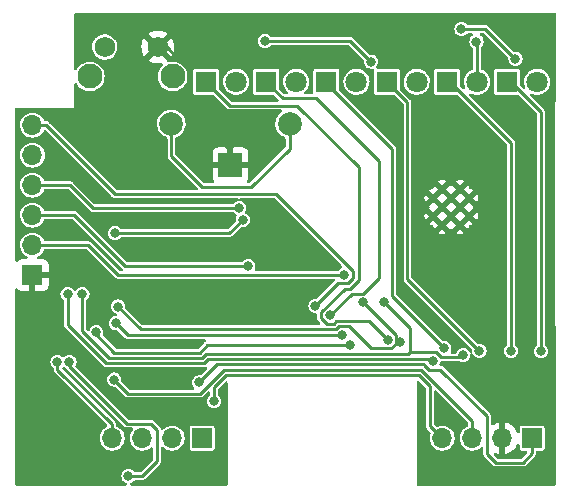
<source format=gbr>
%TF.GenerationSoftware,KiCad,Pcbnew,6.0.11-2627ca5db0~126~ubuntu20.04.1*%
%TF.CreationDate,2025-02-01T21:45:14-05:00*%
%TF.ProjectId,modbus_rtu_mirror_side_esp32_88x37x59mm,6d6f6462-7573-45f7-9274-755f6d697272,rev?*%
%TF.SameCoordinates,Original*%
%TF.FileFunction,Copper,L2,Bot*%
%TF.FilePolarity,Positive*%
%FSLAX46Y46*%
G04 Gerber Fmt 4.6, Leading zero omitted, Abs format (unit mm)*
G04 Created by KiCad (PCBNEW 6.0.11-2627ca5db0~126~ubuntu20.04.1) date 2025-02-01 21:45:14*
%MOMM*%
%LPD*%
G01*
G04 APERTURE LIST*
%TA.AperFunction,ComponentPad*%
%ADD10R,1.800000X1.800000*%
%TD*%
%TA.AperFunction,ComponentPad*%
%ADD11C,1.800000*%
%TD*%
%TA.AperFunction,ComponentPad*%
%ADD12C,2.000000*%
%TD*%
%TA.AperFunction,ComponentPad*%
%ADD13R,2.000000X2.000000*%
%TD*%
%TA.AperFunction,ComponentPad*%
%ADD14R,1.700000X1.700000*%
%TD*%
%TA.AperFunction,ComponentPad*%
%ADD15O,1.700000X1.700000*%
%TD*%
%TA.AperFunction,HeatsinkPad*%
%ADD16C,0.475000*%
%TD*%
%TA.AperFunction,ComponentPad*%
%ADD17C,2.100000*%
%TD*%
%TA.AperFunction,ComponentPad*%
%ADD18C,1.750000*%
%TD*%
%TA.AperFunction,ViaPad*%
%ADD19C,0.800000*%
%TD*%
%TA.AperFunction,Conductor*%
%ADD20C,0.250000*%
%TD*%
G04 APERTURE END LIST*
D10*
%TO.P,D2,1,K*%
%TO.N,Net-(D2-Pad1)*%
X136563000Y-105800000D03*
D11*
%TO.P,D2,2,A*%
%TO.N,/STP_LED*%
X139103000Y-105800000D03*
%TD*%
D12*
%TO.P,BT1,1,+*%
%TO.N,+BATT*%
X113237000Y-109375000D03*
X123237000Y-109375000D03*
D13*
%TO.P,BT1,2,-*%
%TO.N,GND*%
X118237000Y-112875000D03*
%TD*%
D10*
%TO.P,D1,1,K*%
%TO.N,Net-(D1-Pad1)*%
X141663000Y-105800000D03*
D11*
%TO.P,D1,2,A*%
%TO.N,+3.3V*%
X144203000Y-105800000D03*
%TD*%
D10*
%TO.P,D3,1,K*%
%TO.N,Net-(D3-Pad1)*%
X131463000Y-105800000D03*
D11*
%TO.P,D3,2,A*%
%TO.N,+3.3V*%
X134003000Y-105800000D03*
%TD*%
D14*
%TO.P,J3,1,Pin_1*%
%TO.N,GND*%
X101473000Y-122174000D03*
D15*
%TO.P,J3,2,Pin_2*%
%TO.N,/ESP_TXD*%
X101473000Y-119634000D03*
%TO.P,J3,3,Pin_3*%
%TO.N,/ESP_RXD*%
X101473000Y-117094000D03*
%TO.P,J3,4,Pin_4*%
%TO.N,+3.3V*%
X101473000Y-114554000D03*
%TO.P,J3,5,Pin_5*%
%TO.N,/ESP_EN*%
X101473000Y-112014000D03*
%TO.P,J3,6,Pin_6*%
%TO.N,/ESP_IO0*%
X101473000Y-109474000D03*
%TD*%
D10*
%TO.P,D4,1,K*%
%TO.N,Net-(D4-Pad1)*%
X126363000Y-105800000D03*
D11*
%TO.P,D4,2,A*%
%TO.N,+3.3V*%
X128903000Y-105800000D03*
%TD*%
D16*
%TO.P,U1,39,GND*%
%TO.N,GND*%
X137689500Y-114889000D03*
X136164500Y-114889000D03*
X138452000Y-115651500D03*
X136927000Y-115651500D03*
X137689500Y-117939000D03*
X137689500Y-116414000D03*
X135402000Y-115651500D03*
X136927000Y-117176500D03*
X138452000Y-117176500D03*
X136164500Y-117939000D03*
X136164500Y-116414000D03*
X135402000Y-117176500D03*
%TD*%
D14*
%TO.P,J1,1,Pin_1*%
%TO.N,Net-(J1-Pad1)*%
X115840000Y-135980000D03*
D15*
%TO.P,J1,2,Pin_2*%
%TO.N,Net-(J1-Pad2)*%
X113300000Y-135980000D03*
%TO.P,J1,3,Pin_3*%
%TO.N,Net-(J1-Pad3)*%
X110760000Y-135980000D03*
%TO.P,J1,4,Pin_4*%
%TO.N,Net-(J1-Pad4)*%
X108220000Y-135980000D03*
%TD*%
D10*
%TO.P,D6,1,K*%
%TO.N,Net-(D6-Pad1)*%
X116163000Y-105800000D03*
D11*
%TO.P,D6,2,A*%
%TO.N,+3.3V*%
X118703000Y-105800000D03*
%TD*%
D17*
%TO.P,SW1,*%
%TO.N,*%
X113340000Y-105357500D03*
X106330000Y-105357500D03*
D18*
%TO.P,SW1,1,1*%
%TO.N,/STP_SW*%
X107580000Y-102867500D03*
%TO.P,SW1,2,2*%
%TO.N,GND*%
X112080000Y-102867500D03*
%TD*%
D14*
%TO.P,J2,1,Pin_1*%
%TO.N,+5V*%
X143780000Y-135980000D03*
D15*
%TO.P,J2,2,Pin_2*%
%TO.N,GND*%
X141240000Y-135980000D03*
%TO.P,J2,3,Pin_3*%
%TO.N,Net-(J2-Pad3)*%
X138700000Y-135980000D03*
%TO.P,J2,4,Pin_4*%
%TO.N,Net-(J2-Pad4)*%
X136160000Y-135980000D03*
%TD*%
D10*
%TO.P,D5,1,K*%
%TO.N,Net-(D5-Pad1)*%
X121263000Y-105800000D03*
D11*
%TO.P,D5,2,A*%
%TO.N,+3.3V*%
X123803000Y-105800000D03*
%TD*%
D19*
%TO.N,GND*%
X106264200Y-121135600D03*
X108741200Y-128003100D03*
%TO.N,+3.3V*%
X118979800Y-116481200D03*
%TO.N,+5V*%
X115601273Y-131261429D03*
%TO.N,Net-(D1-Pad1)*%
X144526000Y-128608500D03*
%TO.N,Net-(D2-Pad1)*%
X141986000Y-128582500D03*
%TO.N,/STP_LED*%
X139065000Y-102399500D03*
%TO.N,Net-(D3-Pad1)*%
X139319000Y-128582500D03*
%TO.N,/TX2_LED*%
X131271400Y-124489700D03*
X105696000Y-123783900D03*
X137933400Y-128952500D03*
%TO.N,Net-(U1-Pad31)*%
X104446200Y-123788400D03*
X135373900Y-129452300D03*
%TO.N,Net-(D4-Pad1)*%
X136344000Y-128356700D03*
%TO.N,Net-(D5-Pad1)*%
X126679300Y-125584000D03*
%TO.N,Net-(D6-Pad1)*%
X131534700Y-127654400D03*
%TO.N,/RX2_LED*%
X129479300Y-124488200D03*
X108721700Y-124834700D03*
X132551000Y-127879500D03*
%TO.N,/RX1_LED*%
X128372800Y-128113200D03*
X106867100Y-127023700D03*
%TO.N,/STP_SW*%
X130131300Y-104096300D03*
X121158000Y-102350100D03*
%TO.N,/ESP_TXD*%
X127869000Y-122138500D03*
%TO.N,/ESP_RXD*%
X119741900Y-121379400D03*
%TO.N,/ESP_EN*%
X137795000Y-101346000D03*
X142367000Y-103848500D03*
%TO.N,/ESP_IO0*%
X125430900Y-124780700D03*
%TO.N,Net-(U1-Pad27)*%
X127673100Y-127278800D03*
X108534300Y-126257600D03*
%TO.N,/I2C0_SCL*%
X119271200Y-117497900D03*
X108460300Y-118618000D03*
%TO.N,Net-(J1-Pad4)*%
X103588300Y-129506500D03*
%TO.N,Net-(J2-Pad3)*%
X108394300Y-131018200D03*
%TO.N,Net-(J2-Pad4)*%
X116840000Y-132842000D03*
%TO.N,Net-(R10-Pad2)*%
X104597100Y-129511200D03*
X109601000Y-139192000D03*
%TD*%
D20*
%TO.N,GND*%
X106264200Y-122174000D02*
X106264200Y-121135600D01*
X107809000Y-127070900D02*
X108741200Y-128003100D01*
X106264200Y-122174000D02*
X107809000Y-123718800D01*
X140843000Y-127508000D02*
X140843000Y-128778000D01*
X140843000Y-128778000D02*
X141240000Y-129175000D01*
X141240000Y-127111000D02*
X140843000Y-127508000D01*
X112827100Y-102867500D02*
X114826500Y-104866900D01*
X107809000Y-123718800D02*
X107809000Y-127070900D01*
X114826500Y-108139200D02*
X118237000Y-111549700D01*
X137689500Y-117939000D02*
X141240000Y-121489500D01*
X101473000Y-122174000D02*
X102648300Y-122174000D01*
X112080000Y-102867500D02*
X112827100Y-102867500D01*
X141240000Y-121489500D02*
X141240000Y-127111000D01*
X106264200Y-122174000D02*
X102648300Y-122174000D01*
X118237000Y-112875000D02*
X118237000Y-111549700D01*
X114826500Y-104866900D02*
X114826500Y-108139200D01*
X141240000Y-129175000D02*
X141240000Y-135980000D01*
%TO.N,+3.3V*%
X104648000Y-114554000D02*
X106575200Y-116481200D01*
X101473000Y-114554000D02*
X104648000Y-114554000D01*
X106575200Y-116481200D02*
X118979800Y-116481200D01*
%TO.N,+5V*%
X135073595Y-130177300D02*
X136019300Y-130177300D01*
X139970000Y-134128000D02*
X139970000Y-137303000D01*
X143780000Y-137271000D02*
X143780000Y-135980000D01*
X140716000Y-138049000D02*
X143002000Y-138049000D01*
X136019300Y-130177300D02*
X139970000Y-134128000D01*
X134648900Y-129752605D02*
X135073595Y-130177300D01*
X115601273Y-131261429D02*
X117123502Y-129739200D01*
X143002000Y-138049000D02*
X143780000Y-137271000D01*
X134648900Y-129739200D02*
X134648900Y-129752605D01*
X139970000Y-137303000D02*
X140716000Y-138049000D01*
X117123502Y-129739200D02*
X134648900Y-129739200D01*
%TO.N,Net-(D1-Pad1)*%
X144526000Y-108388300D02*
X144526000Y-128608500D01*
X141663000Y-105525300D02*
X144526000Y-108388300D01*
%TO.N,Net-(D2-Pad1)*%
X141986000Y-110948300D02*
X141986000Y-128651000D01*
X136837700Y-105800000D02*
X141986000Y-110948300D01*
X136563000Y-105800000D02*
X136837700Y-105800000D01*
%TO.N,/STP_LED*%
X139065000Y-102399500D02*
X139103000Y-102437500D01*
X139103000Y-102437500D02*
X139103000Y-105800000D01*
%TO.N,Net-(D3-Pad1)*%
X133223000Y-107560000D02*
X131463000Y-105800000D01*
X133223000Y-122486500D02*
X133223000Y-107560000D01*
X139319000Y-128582500D02*
X133223000Y-122486500D01*
%TO.N,/TX2_LED*%
X133438100Y-128658500D02*
X133258100Y-128838500D01*
X137933400Y-128952500D02*
X137748400Y-129137500D01*
X116163900Y-128838500D02*
X115823500Y-129178900D01*
X136084900Y-129137500D02*
X135605900Y-128658500D01*
X135605900Y-128658500D02*
X133438100Y-128658500D01*
X107968200Y-129178900D02*
X105696000Y-126906700D01*
X105696000Y-126906700D02*
X105696000Y-123783900D01*
X137748400Y-129137500D02*
X136084900Y-129137500D01*
X133258100Y-128838500D02*
X116163900Y-128838500D01*
X133438100Y-128658500D02*
X133438100Y-126656400D01*
X115823500Y-129178900D02*
X107968200Y-129178900D01*
X133438100Y-126656400D02*
X131271400Y-124489700D01*
%TO.N,Net-(U1-Pad31)*%
X104446200Y-126365000D02*
X104446200Y-123788400D01*
X135210500Y-129288900D02*
X116350400Y-129288900D01*
X135373900Y-129452300D02*
X135210500Y-129288900D01*
X107728600Y-129647400D02*
X104446200Y-126365000D01*
X116350400Y-129288900D02*
X115991900Y-129647400D01*
X115991900Y-129647400D02*
X107728600Y-129647400D01*
%TO.N,Net-(D4-Pad1)*%
X131953000Y-111506000D02*
X126363000Y-105916000D01*
X126363000Y-105916000D02*
X126363000Y-105800000D01*
X136344000Y-128356700D02*
X131953000Y-123965700D01*
X131953000Y-123965700D02*
X131953000Y-111506000D01*
%TO.N,Net-(D5-Pad1)*%
X130810000Y-112522000D02*
X125476000Y-107188000D01*
X122651000Y-107188000D02*
X121263000Y-105800000D01*
X126679300Y-125584000D02*
X128500100Y-123763200D01*
X130810000Y-122428000D02*
X130810000Y-112522000D01*
X125476000Y-107188000D02*
X122651000Y-107188000D01*
X129474800Y-123763200D02*
X130810000Y-122428000D01*
X128500100Y-123763200D02*
X129474800Y-123763200D01*
%TO.N,Net-(D6-Pad1)*%
X127213600Y-126075500D02*
X126979800Y-126309300D01*
X125906400Y-125836800D02*
X125906400Y-125331000D01*
X129087000Y-122604000D02*
X129087000Y-113027250D01*
X126378900Y-126309300D02*
X125906400Y-125836800D01*
X129087000Y-113027250D02*
X123882750Y-107823000D01*
X118186000Y-107823000D02*
X116163000Y-105800000D01*
X129955800Y-126075500D02*
X127213600Y-126075500D01*
X125906400Y-125331000D02*
X127923300Y-123314100D01*
X127923300Y-123314100D02*
X128376900Y-123314100D01*
X123882750Y-107823000D02*
X118186000Y-107823000D01*
X128376900Y-123314100D02*
X129087000Y-122604000D01*
X126979800Y-126309300D02*
X126378900Y-126309300D01*
X131534700Y-127654400D02*
X129955800Y-126075500D01*
%TO.N,/RX2_LED*%
X127166400Y-126759600D02*
X127400200Y-126525800D01*
X132260100Y-127985700D02*
X132260100Y-127879500D01*
X131866000Y-128379800D02*
X132260100Y-127985700D01*
X132260100Y-127879500D02*
X132551000Y-127879500D01*
X110646600Y-126759600D02*
X127166400Y-126759600D01*
X132260100Y-127269000D02*
X129479300Y-124488200D01*
X130109100Y-128379800D02*
X131866000Y-128379800D01*
X128255100Y-126525800D02*
X130109100Y-128379800D01*
X127400200Y-126525800D02*
X128255100Y-126525800D01*
X108721700Y-124834700D02*
X110646600Y-126759600D01*
X132260100Y-127879500D02*
X132260100Y-127269000D01*
%TO.N,/RX1_LED*%
X128372800Y-128113200D02*
X116252300Y-128113200D01*
X116252300Y-128113200D02*
X115637000Y-128728500D01*
X115637000Y-128728500D02*
X108411800Y-128728500D01*
X106867100Y-127183800D02*
X106867100Y-127023700D01*
X108411800Y-128728500D02*
X106867100Y-127183800D01*
%TO.N,+BATT*%
X120015000Y-114681000D02*
X115824000Y-114681000D01*
X115824000Y-114681000D02*
X113237000Y-112094000D01*
X123237000Y-109375000D02*
X123237000Y-111459000D01*
X123237000Y-111459000D02*
X120015000Y-114681000D01*
X113237000Y-112094000D02*
X113237000Y-109375000D01*
%TO.N,/STP_SW*%
X130131300Y-104096300D02*
X128385100Y-102350100D01*
X128385100Y-102350100D02*
X121158000Y-102350100D01*
%TO.N,/ESP_TXD*%
X108676500Y-122138500D02*
X106172000Y-119634000D01*
X127869000Y-122138500D02*
X108676500Y-122138500D01*
X106172000Y-119634000D02*
X101473000Y-119634000D01*
%TO.N,/ESP_RXD*%
X101473000Y-117094000D02*
X105029000Y-117094000D01*
X109314400Y-121379400D02*
X119741900Y-121379400D01*
X105029000Y-117094000D02*
X109314400Y-121379400D01*
%TO.N,/ESP_EN*%
X139827000Y-101346000D02*
X137795000Y-101346000D01*
X142329500Y-103848500D02*
X139827000Y-101346000D01*
X142367000Y-103848500D02*
X142329500Y-103848500D01*
%TO.N,/ESP_IO0*%
X128186400Y-122863800D02*
X127347800Y-122863800D01*
X108490300Y-115316000D02*
X122089200Y-115316000D01*
X127347800Y-122863800D02*
X125430900Y-124780700D01*
X122089200Y-115316000D02*
X128636700Y-121863500D01*
X128636700Y-121863500D02*
X128636700Y-122413500D01*
X101473000Y-109474000D02*
X102648300Y-109474000D01*
X102648300Y-109474000D02*
X108490300Y-115316000D01*
X128636700Y-122413500D02*
X128186400Y-122863800D01*
%TO.N,Net-(U1-Pad27)*%
X109555500Y-127278800D02*
X127673100Y-127278800D01*
X108534300Y-126257600D02*
X109555500Y-127278800D01*
%TO.N,/I2C0_SCL*%
X108460300Y-118618000D02*
X118151100Y-118618000D01*
X118151100Y-118618000D02*
X119271200Y-117497900D01*
%TO.N,Net-(J1-Pad4)*%
X108220000Y-134804700D02*
X103588300Y-130173000D01*
X108220000Y-135980000D02*
X108220000Y-134804700D01*
X103588300Y-130173000D02*
X103588300Y-129506500D01*
%TO.N,Net-(J2-Pad3)*%
X115680300Y-132207000D02*
X109583100Y-132207000D01*
X138700000Y-134531200D02*
X134358400Y-130189600D01*
X109583100Y-132207000D02*
X108394300Y-131018200D01*
X117697700Y-130189600D02*
X115680300Y-132207000D01*
X138700000Y-135980000D02*
X138700000Y-134531200D01*
X134358400Y-130189600D02*
X117697700Y-130189600D01*
%TO.N,Net-(J2-Pad4)*%
X134196500Y-130664600D02*
X135128000Y-131596100D01*
X117859700Y-130664600D02*
X134196500Y-130664600D01*
X135128000Y-134948000D02*
X136160000Y-135980000D01*
X116840000Y-132842000D02*
X116840000Y-131684300D01*
X135128000Y-131596100D02*
X135128000Y-134948000D01*
X116840000Y-131684300D02*
X117859700Y-130664600D01*
%TO.N,Net-(R10-Pad2)*%
X109474000Y-134747000D02*
X104597100Y-129870100D01*
X112014000Y-137922000D02*
X112014000Y-135255000D01*
X110744000Y-139192000D02*
X112014000Y-137922000D01*
X111506000Y-134747000D02*
X109474000Y-134747000D01*
X104597100Y-129870100D02*
X104597100Y-129511200D01*
X112014000Y-135255000D02*
X111506000Y-134747000D01*
X109601000Y-139192000D02*
X110744000Y-139192000D01*
%TD*%
%TA.AperFunction,Conductor*%
%TO.N,GND*%
G36*
X106053105Y-119979502D02*
G01*
X106074079Y-119996405D01*
X108432389Y-122354715D01*
X108439816Y-122362819D01*
X108464045Y-122391694D01*
X108473594Y-122397207D01*
X108496685Y-122410539D01*
X108505956Y-122416445D01*
X108536816Y-122438054D01*
X108547466Y-122440908D01*
X108550634Y-122442385D01*
X108553910Y-122443577D01*
X108563455Y-122449088D01*
X108597199Y-122455038D01*
X108600558Y-122455630D01*
X108611285Y-122458008D01*
X108647693Y-122467764D01*
X108658669Y-122466804D01*
X108658672Y-122466804D01*
X108685243Y-122464479D01*
X108696224Y-122464000D01*
X126983084Y-122464000D01*
X127051205Y-122484002D01*
X127097698Y-122537658D01*
X127107802Y-122607932D01*
X127078308Y-122672512D01*
X127072179Y-122679095D01*
X125603283Y-124147991D01*
X125540971Y-124182017D01*
X125497743Y-124183818D01*
X125430900Y-124175018D01*
X125274138Y-124195656D01*
X125128059Y-124256164D01*
X125002618Y-124352418D01*
X124906364Y-124477859D01*
X124845856Y-124623938D01*
X124825218Y-124780700D01*
X124845856Y-124937462D01*
X124906364Y-125083541D01*
X125002618Y-125208982D01*
X125128059Y-125305236D01*
X125274138Y-125365744D01*
X125430900Y-125386382D01*
X125439088Y-125385304D01*
X125447346Y-125385304D01*
X125447346Y-125386775D01*
X125508595Y-125396323D01*
X125561697Y-125443448D01*
X125580900Y-125510309D01*
X125580900Y-125817090D01*
X125580420Y-125828072D01*
X125578330Y-125851964D01*
X125577136Y-125865607D01*
X125579990Y-125876256D01*
X125586891Y-125902010D01*
X125589270Y-125912742D01*
X125595812Y-125949845D01*
X125601323Y-125959390D01*
X125602515Y-125962666D01*
X125603992Y-125965834D01*
X125606846Y-125976484D01*
X125613170Y-125985515D01*
X125628455Y-126007344D01*
X125634361Y-126016615D01*
X125647693Y-126039706D01*
X125653206Y-126049255D01*
X125661651Y-126056341D01*
X125682082Y-126073485D01*
X125690185Y-126080911D01*
X125828279Y-126219005D01*
X125862305Y-126281317D01*
X125857240Y-126352132D01*
X125814693Y-126408968D01*
X125748173Y-126433779D01*
X125739184Y-126434100D01*
X110833616Y-126434100D01*
X110765495Y-126414098D01*
X110744521Y-126397195D01*
X109354409Y-125007083D01*
X109320383Y-124944771D01*
X109318582Y-124901542D01*
X109326304Y-124842888D01*
X109327382Y-124834700D01*
X109306744Y-124677938D01*
X109246236Y-124531859D01*
X109149982Y-124406418D01*
X109024541Y-124310164D01*
X108894174Y-124256164D01*
X108886091Y-124252816D01*
X108878462Y-124249656D01*
X108721700Y-124229018D01*
X108564938Y-124249656D01*
X108557309Y-124252816D01*
X108549226Y-124256164D01*
X108418859Y-124310164D01*
X108293418Y-124406418D01*
X108197164Y-124531859D01*
X108136656Y-124677938D01*
X108116018Y-124834700D01*
X108136656Y-124991462D01*
X108197164Y-125137541D01*
X108293418Y-125262982D01*
X108418859Y-125359236D01*
X108481793Y-125385304D01*
X108548436Y-125412909D01*
X108603717Y-125457458D01*
X108626138Y-125524821D01*
X108608580Y-125593612D01*
X108556617Y-125641991D01*
X108516665Y-125654240D01*
X108377538Y-125672556D01*
X108231459Y-125733064D01*
X108224908Y-125738091D01*
X108116198Y-125821507D01*
X108106018Y-125829318D01*
X108009764Y-125954759D01*
X107949256Y-126100838D01*
X107928618Y-126257600D01*
X107949256Y-126414362D01*
X108009764Y-126560441D01*
X108106018Y-126685882D01*
X108231459Y-126782136D01*
X108377538Y-126842644D01*
X108534300Y-126863282D01*
X108601143Y-126854482D01*
X108671290Y-126865421D01*
X108706683Y-126890309D01*
X109311389Y-127495015D01*
X109318816Y-127503119D01*
X109343045Y-127531994D01*
X109352594Y-127537507D01*
X109375685Y-127550839D01*
X109384956Y-127556745D01*
X109415816Y-127578354D01*
X109426466Y-127581208D01*
X109429634Y-127582685D01*
X109432910Y-127583877D01*
X109442455Y-127589388D01*
X109476199Y-127595338D01*
X109479558Y-127595930D01*
X109490285Y-127598308D01*
X109526693Y-127608064D01*
X109537678Y-127607103D01*
X109537680Y-127607103D01*
X109564228Y-127604780D01*
X109575210Y-127604300D01*
X116011973Y-127604300D01*
X116080094Y-127624302D01*
X116126587Y-127677958D01*
X116136691Y-127748232D01*
X116107197Y-127812812D01*
X116084240Y-127833515D01*
X116081752Y-127835257D01*
X116072485Y-127841161D01*
X116049394Y-127854493D01*
X116039845Y-127860006D01*
X116032759Y-127868451D01*
X116015615Y-127888882D01*
X116008189Y-127896985D01*
X115539079Y-128366095D01*
X115476767Y-128400121D01*
X115449984Y-128403000D01*
X108598816Y-128403000D01*
X108530695Y-128382998D01*
X108509721Y-128366095D01*
X107474169Y-127330543D01*
X107440143Y-127268231D01*
X107446858Y-127193224D01*
X107448984Y-127188092D01*
X107448985Y-127188089D01*
X107452144Y-127180462D01*
X107455371Y-127155955D01*
X107471704Y-127031888D01*
X107472782Y-127023700D01*
X107452144Y-126866938D01*
X107391636Y-126720859D01*
X107295382Y-126595418D01*
X107169941Y-126499164D01*
X107023862Y-126438656D01*
X106999389Y-126435434D01*
X106875288Y-126419096D01*
X106867100Y-126418018D01*
X106858912Y-126419096D01*
X106734812Y-126435434D01*
X106710338Y-126438656D01*
X106564259Y-126499164D01*
X106438818Y-126595418D01*
X106342564Y-126720859D01*
X106313417Y-126791226D01*
X106305748Y-126809741D01*
X106261200Y-126865022D01*
X106193836Y-126887443D01*
X106125045Y-126869885D01*
X106100244Y-126850618D01*
X106058405Y-126808779D01*
X106024379Y-126746467D01*
X106021500Y-126719684D01*
X106021500Y-124353186D01*
X106041502Y-124285065D01*
X106070796Y-124253223D01*
X106117736Y-124217205D01*
X106124282Y-124212182D01*
X106220536Y-124086741D01*
X106281044Y-123940662D01*
X106301682Y-123783900D01*
X106281044Y-123627138D01*
X106220536Y-123481059D01*
X106124282Y-123355618D01*
X105998841Y-123259364D01*
X105863626Y-123203356D01*
X105860391Y-123202016D01*
X105852762Y-123198856D01*
X105696000Y-123178218D01*
X105539238Y-123198856D01*
X105531609Y-123202016D01*
X105528374Y-123203356D01*
X105393159Y-123259364D01*
X105267718Y-123355618D01*
X105171464Y-123481059D01*
X105169401Y-123479476D01*
X105127404Y-123519516D01*
X105057689Y-123532948D01*
X104991780Y-123506557D01*
X104969711Y-123484223D01*
X104879505Y-123366664D01*
X104874482Y-123360118D01*
X104749041Y-123263864D01*
X104602962Y-123203356D01*
X104446200Y-123182718D01*
X104289438Y-123203356D01*
X104143359Y-123263864D01*
X104017918Y-123360118D01*
X103921664Y-123485559D01*
X103861156Y-123631638D01*
X103840518Y-123788400D01*
X103861156Y-123945162D01*
X103921664Y-124091241D01*
X104017918Y-124216682D01*
X104024464Y-124221705D01*
X104071404Y-124257723D01*
X104113271Y-124315061D01*
X104120700Y-124357686D01*
X104120700Y-126345290D01*
X104120220Y-126356272D01*
X104116936Y-126393807D01*
X104125598Y-126426132D01*
X104126691Y-126430210D01*
X104129070Y-126440942D01*
X104135612Y-126478045D01*
X104141123Y-126487590D01*
X104142315Y-126490866D01*
X104143792Y-126494034D01*
X104146646Y-126504684D01*
X104152970Y-126513715D01*
X104168255Y-126535544D01*
X104174161Y-126544815D01*
X104178778Y-126552811D01*
X104193006Y-126577455D01*
X104214413Y-126595418D01*
X104221882Y-126601685D01*
X104229985Y-126609111D01*
X107484489Y-129863615D01*
X107491916Y-129871719D01*
X107516145Y-129900594D01*
X107525694Y-129906107D01*
X107548785Y-129919439D01*
X107558056Y-129925345D01*
X107588916Y-129946954D01*
X107599566Y-129949808D01*
X107602734Y-129951285D01*
X107606010Y-129952477D01*
X107615555Y-129957988D01*
X107649299Y-129963938D01*
X107652658Y-129964530D01*
X107663385Y-129966908D01*
X107699793Y-129976664D01*
X107710769Y-129975704D01*
X107710772Y-129975704D01*
X107737343Y-129973379D01*
X107748324Y-129972900D01*
X115972190Y-129972900D01*
X115983172Y-129973380D01*
X116009720Y-129975703D01*
X116009722Y-129975703D01*
X116020707Y-129976664D01*
X116057115Y-129966908D01*
X116067842Y-129964530D01*
X116071201Y-129963938D01*
X116104945Y-129957988D01*
X116110559Y-129954747D01*
X116178621Y-129950421D01*
X116240661Y-129984940D01*
X116274190Y-130047520D01*
X116268563Y-130118293D01*
X116239956Y-130162420D01*
X115773656Y-130628720D01*
X115711344Y-130662746D01*
X115668116Y-130664547D01*
X115601273Y-130655747D01*
X115444511Y-130676385D01*
X115298432Y-130736893D01*
X115172991Y-130833147D01*
X115167968Y-130839693D01*
X115151283Y-130861438D01*
X115076737Y-130958588D01*
X115016229Y-131104667D01*
X115015151Y-131112855D01*
X115007396Y-131171760D01*
X114995591Y-131261429D01*
X115016229Y-131418191D01*
X115076737Y-131564270D01*
X115081765Y-131570823D01*
X115081767Y-131570826D01*
X115164615Y-131678796D01*
X115190216Y-131745016D01*
X115175951Y-131814565D01*
X115126350Y-131865361D01*
X115064653Y-131881500D01*
X109770116Y-131881500D01*
X109701995Y-131861498D01*
X109681021Y-131844595D01*
X109027009Y-131190583D01*
X108992983Y-131128271D01*
X108991182Y-131085042D01*
X108998904Y-131026388D01*
X108999982Y-131018200D01*
X108979344Y-130861438D01*
X108918836Y-130715359D01*
X108822582Y-130589918D01*
X108697141Y-130493664D01*
X108551062Y-130433156D01*
X108394300Y-130412518D01*
X108237538Y-130433156D01*
X108091459Y-130493664D01*
X107966018Y-130589918D01*
X107869764Y-130715359D01*
X107809256Y-130861438D01*
X107788618Y-131018200D01*
X107789696Y-131026388D01*
X107801080Y-131112855D01*
X107809256Y-131174962D01*
X107869764Y-131321041D01*
X107874791Y-131327592D01*
X107950164Y-131425820D01*
X107966018Y-131446482D01*
X108091459Y-131542736D01*
X108237538Y-131603244D01*
X108394300Y-131623882D01*
X108461143Y-131615082D01*
X108531290Y-131626021D01*
X108566683Y-131650909D01*
X109338989Y-132423215D01*
X109346415Y-132431318D01*
X109370645Y-132460194D01*
X109380194Y-132465707D01*
X109403285Y-132479039D01*
X109412556Y-132484945D01*
X109443416Y-132506554D01*
X109454066Y-132509408D01*
X109457234Y-132510885D01*
X109460510Y-132512077D01*
X109470055Y-132517588D01*
X109503799Y-132523538D01*
X109507158Y-132524130D01*
X109517885Y-132526508D01*
X109554293Y-132536264D01*
X109565278Y-132535303D01*
X109565280Y-132535303D01*
X109591828Y-132532980D01*
X109602810Y-132532500D01*
X115660590Y-132532500D01*
X115671572Y-132532980D01*
X115698120Y-132535303D01*
X115698122Y-132535303D01*
X115709107Y-132536264D01*
X115745515Y-132526508D01*
X115756242Y-132524130D01*
X115759601Y-132523538D01*
X115793345Y-132517588D01*
X115802890Y-132512077D01*
X115806166Y-132510885D01*
X115809334Y-132509408D01*
X115819984Y-132506554D01*
X115850844Y-132484945D01*
X115860115Y-132479039D01*
X115883206Y-132465707D01*
X115892755Y-132460194D01*
X115916985Y-132431317D01*
X115924411Y-132423215D01*
X116299405Y-132048221D01*
X116361717Y-132014195D01*
X116432532Y-132019260D01*
X116489368Y-132061807D01*
X116514179Y-132128327D01*
X116514500Y-132137316D01*
X116514500Y-132272714D01*
X116494498Y-132340835D01*
X116465204Y-132372677D01*
X116411718Y-132413718D01*
X116315464Y-132539159D01*
X116254956Y-132685238D01*
X116234318Y-132842000D01*
X116254956Y-132998762D01*
X116315464Y-133144841D01*
X116411718Y-133270282D01*
X116537159Y-133366536D01*
X116683238Y-133427044D01*
X116840000Y-133447682D01*
X116848188Y-133446604D01*
X116988574Y-133428122D01*
X116996762Y-133427044D01*
X117142841Y-133366536D01*
X117268282Y-133270282D01*
X117364536Y-133144841D01*
X117425044Y-132998762D01*
X117445682Y-132842000D01*
X117425044Y-132685238D01*
X117364536Y-132539159D01*
X117268282Y-132413718D01*
X117214796Y-132372677D01*
X117172929Y-132315339D01*
X117165500Y-132272714D01*
X117165500Y-131871316D01*
X117185502Y-131803195D01*
X117202405Y-131782221D01*
X117783905Y-131200721D01*
X117846217Y-131166695D01*
X117917032Y-131171760D01*
X117973868Y-131214307D01*
X117998679Y-131280827D01*
X117999000Y-131289816D01*
X117999000Y-139873000D01*
X117978998Y-139941121D01*
X117925342Y-139987614D01*
X117873000Y-139999000D01*
X109855358Y-139999000D01*
X109787237Y-139978998D01*
X109740744Y-139925342D01*
X109730640Y-139855068D01*
X109760134Y-139790488D01*
X109807140Y-139756591D01*
X109819038Y-139751663D01*
X109903841Y-139716536D01*
X110029282Y-139620282D01*
X110070323Y-139566796D01*
X110127661Y-139524929D01*
X110170286Y-139517500D01*
X110724290Y-139517500D01*
X110735272Y-139517980D01*
X110761820Y-139520303D01*
X110761822Y-139520303D01*
X110772807Y-139521264D01*
X110809215Y-139511508D01*
X110819942Y-139509130D01*
X110823301Y-139508538D01*
X110857045Y-139502588D01*
X110866590Y-139497077D01*
X110869866Y-139495885D01*
X110873034Y-139494408D01*
X110883684Y-139491554D01*
X110914544Y-139469945D01*
X110923815Y-139464039D01*
X110946910Y-139450705D01*
X110946911Y-139450704D01*
X110956455Y-139445194D01*
X110980685Y-139416319D01*
X110988110Y-139408217D01*
X112230222Y-138166105D01*
X112238326Y-138158678D01*
X112258750Y-138141540D01*
X112267194Y-138134455D01*
X112272704Y-138124912D01*
X112272707Y-138124908D01*
X112286036Y-138101821D01*
X112291941Y-138092551D01*
X112307232Y-138070713D01*
X112313554Y-138061684D01*
X112316407Y-138051036D01*
X112317886Y-138047865D01*
X112319078Y-138044589D01*
X112324588Y-138035045D01*
X112331134Y-137997924D01*
X112333508Y-137987217D01*
X112343263Y-137950807D01*
X112339979Y-137913269D01*
X112339500Y-137902288D01*
X112339500Y-136814744D01*
X112359502Y-136746623D01*
X112413158Y-136700130D01*
X112483432Y-136690026D01*
X112547163Y-136718790D01*
X112697564Y-136846791D01*
X112702942Y-136849797D01*
X112702944Y-136849798D01*
X112733387Y-136866812D01*
X112877398Y-136947297D01*
X112961280Y-136974552D01*
X113067471Y-137009056D01*
X113067475Y-137009057D01*
X113073329Y-137010959D01*
X113277894Y-137035351D01*
X113284029Y-137034879D01*
X113284031Y-137034879D01*
X113356625Y-137029293D01*
X113483300Y-137019546D01*
X113489230Y-137017890D01*
X113489232Y-137017890D01*
X113675797Y-136965800D01*
X113675796Y-136965800D01*
X113681725Y-136964145D01*
X113687214Y-136961372D01*
X113687220Y-136961370D01*
X113860116Y-136874033D01*
X113865610Y-136871258D01*
X113881345Y-136858965D01*
X113893142Y-136849748D01*
X114789500Y-136849748D01*
X114790707Y-136855816D01*
X114794331Y-136874033D01*
X114801133Y-136908231D01*
X114845448Y-136974552D01*
X114911769Y-137018867D01*
X114923938Y-137021288D01*
X114923939Y-137021288D01*
X114964184Y-137029293D01*
X114970252Y-137030500D01*
X116709748Y-137030500D01*
X116715816Y-137029293D01*
X116756061Y-137021288D01*
X116756062Y-137021288D01*
X116768231Y-137018867D01*
X116834552Y-136974552D01*
X116878867Y-136908231D01*
X116885670Y-136874033D01*
X116889293Y-136855816D01*
X116890500Y-136849748D01*
X116890500Y-135110252D01*
X116883525Y-135075184D01*
X116881288Y-135063939D01*
X116881288Y-135063938D01*
X116878867Y-135051769D01*
X116834552Y-134985448D01*
X116768231Y-134941133D01*
X116756062Y-134938712D01*
X116756061Y-134938712D01*
X116715816Y-134930707D01*
X116709748Y-134929500D01*
X114970252Y-134929500D01*
X114964184Y-134930707D01*
X114923939Y-134938712D01*
X114923938Y-134938712D01*
X114911769Y-134941133D01*
X114845448Y-134985448D01*
X114801133Y-135051769D01*
X114798712Y-135063938D01*
X114798712Y-135063939D01*
X114796475Y-135075184D01*
X114789500Y-135110252D01*
X114789500Y-136849748D01*
X113893142Y-136849748D01*
X114023101Y-136748213D01*
X114027951Y-136744424D01*
X114036718Y-136734268D01*
X114158540Y-136593134D01*
X114158540Y-136593133D01*
X114162564Y-136588472D01*
X114172673Y-136570678D01*
X114261276Y-136414707D01*
X114264323Y-136409344D01*
X114329351Y-136213863D01*
X114355171Y-136009474D01*
X114355583Y-135980000D01*
X114335480Y-135774970D01*
X114275935Y-135577749D01*
X114179218Y-135395849D01*
X114105859Y-135305902D01*
X114052906Y-135240975D01*
X114052903Y-135240972D01*
X114049011Y-135236200D01*
X113995711Y-135192106D01*
X113895025Y-135108811D01*
X113895021Y-135108808D01*
X113890275Y-135104882D01*
X113709055Y-135006897D01*
X113512254Y-134945977D01*
X113506129Y-134945333D01*
X113506128Y-134945333D01*
X113313498Y-134925087D01*
X113313496Y-134925087D01*
X113307369Y-134924443D01*
X113220529Y-134932346D01*
X113108342Y-134942555D01*
X113108339Y-134942556D01*
X113102203Y-134943114D01*
X112904572Y-135001280D01*
X112899107Y-135004137D01*
X112893828Y-135006897D01*
X112722002Y-135096726D01*
X112717201Y-135100586D01*
X112717198Y-135100588D01*
X112595694Y-135198280D01*
X112561447Y-135225815D01*
X112557481Y-135230542D01*
X112551624Y-135237522D01*
X112492515Y-135276849D01*
X112421527Y-135277976D01*
X112361199Y-135240546D01*
X112331016Y-135178411D01*
X112326502Y-135152811D01*
X112324588Y-135141955D01*
X112319076Y-135132407D01*
X112317883Y-135129130D01*
X112316406Y-135125962D01*
X112313553Y-135115316D01*
X112291942Y-135084452D01*
X112286038Y-135075184D01*
X112281031Y-135066512D01*
X112267194Y-135042545D01*
X112238330Y-135018325D01*
X112230227Y-135010900D01*
X111750104Y-134530778D01*
X111742677Y-134522673D01*
X111725541Y-134502251D01*
X111718455Y-134493806D01*
X111708906Y-134488293D01*
X111685815Y-134474961D01*
X111676544Y-134469055D01*
X111654715Y-134453770D01*
X111645684Y-134447446D01*
X111635034Y-134444592D01*
X111631866Y-134443115D01*
X111628590Y-134441923D01*
X111619045Y-134436412D01*
X111585301Y-134430462D01*
X111581942Y-134429870D01*
X111571215Y-134427492D01*
X111534807Y-134417736D01*
X111523822Y-134418697D01*
X111523820Y-134418697D01*
X111497272Y-134421020D01*
X111486290Y-134421500D01*
X109661016Y-134421500D01*
X109592895Y-134401498D01*
X109571921Y-134384595D01*
X105145191Y-129957865D01*
X105111165Y-129895553D01*
X105116230Y-129824738D01*
X105120687Y-129815278D01*
X105121636Y-129814041D01*
X105182144Y-129667962D01*
X105202782Y-129511200D01*
X105182144Y-129354438D01*
X105121636Y-129208359D01*
X105025382Y-129082918D01*
X104899941Y-128986664D01*
X104753862Y-128926156D01*
X104742165Y-128924616D01*
X104605288Y-128906596D01*
X104597100Y-128905518D01*
X104588912Y-128906596D01*
X104452036Y-128924616D01*
X104440338Y-128926156D01*
X104294259Y-128986664D01*
X104287708Y-128991691D01*
X104287703Y-128991694D01*
X104172141Y-129080368D01*
X104105921Y-129105969D01*
X104036372Y-129091704D01*
X104017143Y-129077487D01*
X104016582Y-129078218D01*
X104010036Y-129073195D01*
X103891141Y-128981964D01*
X103745062Y-128921456D01*
X103588300Y-128900818D01*
X103431538Y-128921456D01*
X103285459Y-128981964D01*
X103160018Y-129078218D01*
X103063764Y-129203659D01*
X103003256Y-129349738D01*
X102982618Y-129506500D01*
X103003256Y-129663262D01*
X103063764Y-129809341D01*
X103093456Y-129848036D01*
X103150354Y-129922187D01*
X103160018Y-129934782D01*
X103166564Y-129939805D01*
X103213504Y-129975823D01*
X103255371Y-130033161D01*
X103262800Y-130075786D01*
X103262800Y-130153290D01*
X103262320Y-130164272D01*
X103259036Y-130201807D01*
X103261890Y-130212456D01*
X103268791Y-130238210D01*
X103271170Y-130248942D01*
X103277712Y-130286045D01*
X103283223Y-130295590D01*
X103284415Y-130298866D01*
X103285892Y-130302034D01*
X103288746Y-130312684D01*
X103295070Y-130321715D01*
X103310355Y-130343544D01*
X103316261Y-130352815D01*
X103329593Y-130375906D01*
X103335106Y-130385455D01*
X103343551Y-130392541D01*
X103363982Y-130409685D01*
X103372085Y-130417111D01*
X107789758Y-134834784D01*
X107823784Y-134897096D01*
X107818719Y-134967911D01*
X107776172Y-135024747D01*
X107759039Y-135035540D01*
X107713206Y-135059501D01*
X107642002Y-135096726D01*
X107637201Y-135100586D01*
X107637198Y-135100588D01*
X107515694Y-135198280D01*
X107481447Y-135225815D01*
X107349024Y-135383630D01*
X107346056Y-135389028D01*
X107346053Y-135389033D01*
X107283142Y-135503469D01*
X107249776Y-135564162D01*
X107187484Y-135760532D01*
X107186798Y-135766649D01*
X107186797Y-135766653D01*
X107165207Y-135959137D01*
X107164520Y-135965262D01*
X107181759Y-136170553D01*
X107238544Y-136368586D01*
X107241359Y-136374063D01*
X107241360Y-136374066D01*
X107317321Y-136521870D01*
X107332712Y-136551818D01*
X107460677Y-136713270D01*
X107465370Y-136717264D01*
X107465371Y-136717265D01*
X107485350Y-136734268D01*
X107617564Y-136846791D01*
X107622942Y-136849797D01*
X107622944Y-136849798D01*
X107653387Y-136866812D01*
X107797398Y-136947297D01*
X107881280Y-136974552D01*
X107987471Y-137009056D01*
X107987475Y-137009057D01*
X107993329Y-137010959D01*
X108197894Y-137035351D01*
X108204029Y-137034879D01*
X108204031Y-137034879D01*
X108276625Y-137029293D01*
X108403300Y-137019546D01*
X108409230Y-137017890D01*
X108409232Y-137017890D01*
X108595797Y-136965800D01*
X108595796Y-136965800D01*
X108601725Y-136964145D01*
X108607214Y-136961372D01*
X108607220Y-136961370D01*
X108780116Y-136874033D01*
X108785610Y-136871258D01*
X108801345Y-136858965D01*
X108943101Y-136748213D01*
X108947951Y-136744424D01*
X108956718Y-136734268D01*
X109078540Y-136593134D01*
X109078540Y-136593133D01*
X109082564Y-136588472D01*
X109092673Y-136570678D01*
X109181276Y-136414707D01*
X109184323Y-136409344D01*
X109249351Y-136213863D01*
X109275171Y-136009474D01*
X109275583Y-135980000D01*
X109255480Y-135774970D01*
X109195935Y-135577749D01*
X109099218Y-135395849D01*
X109025859Y-135305902D01*
X108972906Y-135240975D01*
X108972903Y-135240972D01*
X108969011Y-135236200D01*
X108915711Y-135192106D01*
X108815025Y-135108811D01*
X108815021Y-135108808D01*
X108810275Y-135104882D01*
X108629055Y-135006897D01*
X108623167Y-135005074D01*
X108622676Y-135004868D01*
X108567628Y-134960033D01*
X108545500Y-134888712D01*
X108545500Y-134824410D01*
X108545980Y-134813428D01*
X108548303Y-134786880D01*
X108548303Y-134786878D01*
X108549264Y-134775893D01*
X108539508Y-134739485D01*
X108537130Y-134728758D01*
X108535271Y-134718216D01*
X108530588Y-134691655D01*
X108525077Y-134682110D01*
X108523885Y-134678834D01*
X108522408Y-134675666D01*
X108519554Y-134665016D01*
X108497945Y-134634156D01*
X108492039Y-134624885D01*
X108478707Y-134601794D01*
X108473194Y-134592245D01*
X108444317Y-134568015D01*
X108436215Y-134560589D01*
X104007949Y-130132323D01*
X103973923Y-130070011D01*
X103978988Y-129999196D01*
X104021535Y-129942360D01*
X104088055Y-129917549D01*
X104157429Y-129932640D01*
X104173748Y-129943265D01*
X104216179Y-129975823D01*
X104294259Y-130035736D01*
X104299454Y-130037888D01*
X104331459Y-130064743D01*
X104338394Y-130073008D01*
X104343906Y-130082555D01*
X104352351Y-130089641D01*
X104372782Y-130106785D01*
X104380885Y-130114211D01*
X109229889Y-134963215D01*
X109237316Y-134971319D01*
X109261545Y-135000194D01*
X109271094Y-135005707D01*
X109294185Y-135019039D01*
X109303456Y-135024945D01*
X109334316Y-135046554D01*
X109344967Y-135049408D01*
X109348140Y-135050888D01*
X109351412Y-135052079D01*
X109360955Y-135057588D01*
X109398076Y-135064134D01*
X109408783Y-135066508D01*
X109445193Y-135076263D01*
X109456168Y-135075303D01*
X109456170Y-135075303D01*
X109482731Y-135072979D01*
X109493712Y-135072500D01*
X109879886Y-135072500D01*
X109948007Y-135092502D01*
X109994500Y-135146158D01*
X110004604Y-135216432D01*
X109976409Y-135279489D01*
X109889024Y-135383630D01*
X109886056Y-135389028D01*
X109886053Y-135389033D01*
X109823142Y-135503469D01*
X109789776Y-135564162D01*
X109727484Y-135760532D01*
X109726798Y-135766649D01*
X109726797Y-135766653D01*
X109705207Y-135959137D01*
X109704520Y-135965262D01*
X109721759Y-136170553D01*
X109778544Y-136368586D01*
X109781359Y-136374063D01*
X109781360Y-136374066D01*
X109857321Y-136521870D01*
X109872712Y-136551818D01*
X110000677Y-136713270D01*
X110005370Y-136717264D01*
X110005371Y-136717265D01*
X110025350Y-136734268D01*
X110157564Y-136846791D01*
X110162942Y-136849797D01*
X110162944Y-136849798D01*
X110193387Y-136866812D01*
X110337398Y-136947297D01*
X110421280Y-136974552D01*
X110527471Y-137009056D01*
X110527475Y-137009057D01*
X110533329Y-137010959D01*
X110737894Y-137035351D01*
X110744029Y-137034879D01*
X110744031Y-137034879D01*
X110816625Y-137029293D01*
X110943300Y-137019546D01*
X110949230Y-137017890D01*
X110949232Y-137017890D01*
X111135797Y-136965800D01*
X111135796Y-136965800D01*
X111141725Y-136964145D01*
X111147214Y-136961372D01*
X111147220Y-136961370D01*
X111320116Y-136874033D01*
X111325610Y-136871258D01*
X111483095Y-136748218D01*
X111484927Y-136746787D01*
X111550922Y-136720610D01*
X111620592Y-136734268D01*
X111671819Y-136783424D01*
X111688500Y-136846077D01*
X111688500Y-137734983D01*
X111668498Y-137803104D01*
X111651595Y-137824078D01*
X110646079Y-138829595D01*
X110583767Y-138863620D01*
X110556984Y-138866500D01*
X110170286Y-138866500D01*
X110102165Y-138846498D01*
X110070323Y-138817204D01*
X110034305Y-138770264D01*
X110029282Y-138763718D01*
X109903841Y-138667464D01*
X109757762Y-138606956D01*
X109601000Y-138586318D01*
X109444238Y-138606956D01*
X109298159Y-138667464D01*
X109172718Y-138763718D01*
X109076464Y-138889159D01*
X109015956Y-139035238D01*
X108995318Y-139192000D01*
X109015956Y-139348762D01*
X109076464Y-139494841D01*
X109172718Y-139620282D01*
X109298159Y-139716536D01*
X109382962Y-139751663D01*
X109394860Y-139756591D01*
X109450141Y-139801139D01*
X109472562Y-139868503D01*
X109455004Y-139937294D01*
X109403042Y-139985672D01*
X109346642Y-139999000D01*
X100127000Y-139999000D01*
X100058879Y-139978998D01*
X100012386Y-139925342D01*
X100001000Y-139873000D01*
X100001000Y-123419411D01*
X100021002Y-123351290D01*
X100074658Y-123304797D01*
X100144932Y-123294693D01*
X100209512Y-123324187D01*
X100227826Y-123343846D01*
X100254715Y-123379724D01*
X100267276Y-123392285D01*
X100369351Y-123468786D01*
X100384946Y-123477324D01*
X100505394Y-123522478D01*
X100520649Y-123526105D01*
X100571514Y-123531631D01*
X100578328Y-123532000D01*
X101200885Y-123532000D01*
X101216124Y-123527525D01*
X101217329Y-123526135D01*
X101219000Y-123518452D01*
X101219000Y-123513884D01*
X101727000Y-123513884D01*
X101731475Y-123529123D01*
X101732865Y-123530328D01*
X101740548Y-123531999D01*
X102367669Y-123531999D01*
X102374490Y-123531629D01*
X102425352Y-123526105D01*
X102440604Y-123522479D01*
X102561054Y-123477324D01*
X102576649Y-123468786D01*
X102678724Y-123392285D01*
X102691285Y-123379724D01*
X102767786Y-123277649D01*
X102776324Y-123262054D01*
X102821478Y-123141606D01*
X102825105Y-123126351D01*
X102830631Y-123075486D01*
X102831000Y-123068672D01*
X102831000Y-122446115D01*
X102826525Y-122430876D01*
X102825135Y-122429671D01*
X102817452Y-122428000D01*
X101745115Y-122428000D01*
X101729876Y-122432475D01*
X101728671Y-122433865D01*
X101727000Y-122441548D01*
X101727000Y-123513884D01*
X101219000Y-123513884D01*
X101219000Y-122046000D01*
X101239002Y-121977879D01*
X101292658Y-121931386D01*
X101345000Y-121920000D01*
X102812884Y-121920000D01*
X102828123Y-121915525D01*
X102829328Y-121914135D01*
X102830999Y-121906452D01*
X102830999Y-121279331D01*
X102830629Y-121272510D01*
X102825105Y-121221648D01*
X102821479Y-121206396D01*
X102776324Y-121085946D01*
X102767786Y-121070351D01*
X102691285Y-120968276D01*
X102678724Y-120955715D01*
X102576649Y-120879214D01*
X102561054Y-120870676D01*
X102440606Y-120825522D01*
X102425351Y-120821895D01*
X102374486Y-120816369D01*
X102367672Y-120816000D01*
X101991932Y-120816000D01*
X101923811Y-120795998D01*
X101877318Y-120742342D01*
X101867214Y-120672068D01*
X101896708Y-120607488D01*
X101935121Y-120577534D01*
X102033116Y-120528033D01*
X102038610Y-120525258D01*
X102200951Y-120398424D01*
X102335564Y-120242472D01*
X102356387Y-120205818D01*
X102434275Y-120068709D01*
X102437323Y-120063344D01*
X102443184Y-120045726D01*
X102483666Y-119987403D01*
X102549254Y-119960224D01*
X102562741Y-119959500D01*
X105984984Y-119959500D01*
X106053105Y-119979502D01*
G37*
%TD.AperFunction*%
%TA.AperFunction,Conductor*%
G36*
X145759121Y-100021002D02*
G01*
X145805614Y-100074658D01*
X145817000Y-100127000D01*
X145817000Y-107376359D01*
X145796998Y-107444480D01*
X145743342Y-107490973D01*
X145712711Y-107495937D01*
X145710739Y-107496516D01*
X145707658Y-107499000D01*
X145700198Y-107499000D01*
X145700000Y-107498918D01*
X145699802Y-107499000D01*
X145699235Y-107499235D01*
X145698918Y-107500000D01*
X145699000Y-107500198D01*
X145699000Y-126499802D01*
X145698918Y-126500000D01*
X145699000Y-126500198D01*
X145699235Y-126500765D01*
X145700000Y-126501082D01*
X145700198Y-126501000D01*
X145715510Y-126501000D01*
X145770075Y-126523611D01*
X145810558Y-126581935D01*
X145817000Y-126621708D01*
X145817000Y-139873000D01*
X145796998Y-139941121D01*
X145743342Y-139987614D01*
X145691000Y-139999000D01*
X134127000Y-139999000D01*
X134058879Y-139978998D01*
X134012386Y-139925342D01*
X134001000Y-139873000D01*
X134001000Y-131233616D01*
X134021002Y-131165495D01*
X134074658Y-131119002D01*
X134144932Y-131108898D01*
X134209512Y-131138392D01*
X134216095Y-131144521D01*
X134765595Y-131694021D01*
X134799621Y-131756333D01*
X134802500Y-131783116D01*
X134802500Y-134928290D01*
X134802020Y-134939272D01*
X134800204Y-134960033D01*
X134798736Y-134976807D01*
X134808491Y-135013210D01*
X134810870Y-135023942D01*
X134817412Y-135061045D01*
X134822923Y-135070590D01*
X134824115Y-135073866D01*
X134825592Y-135077034D01*
X134828446Y-135087684D01*
X134841472Y-135106287D01*
X134850055Y-135118544D01*
X134855961Y-135127815D01*
X134864125Y-135141955D01*
X134874806Y-135160455D01*
X134883251Y-135167541D01*
X134903675Y-135184679D01*
X134911779Y-135192106D01*
X135158257Y-135438584D01*
X135192283Y-135500896D01*
X135189264Y-135565776D01*
X135127484Y-135760532D01*
X135126798Y-135766649D01*
X135126797Y-135766653D01*
X135105207Y-135959137D01*
X135104520Y-135965262D01*
X135121759Y-136170553D01*
X135178544Y-136368586D01*
X135181359Y-136374063D01*
X135181360Y-136374066D01*
X135257321Y-136521870D01*
X135272712Y-136551818D01*
X135400677Y-136713270D01*
X135405370Y-136717264D01*
X135405371Y-136717265D01*
X135425350Y-136734268D01*
X135557564Y-136846791D01*
X135562942Y-136849797D01*
X135562944Y-136849798D01*
X135593387Y-136866812D01*
X135737398Y-136947297D01*
X135821280Y-136974552D01*
X135927471Y-137009056D01*
X135927475Y-137009057D01*
X135933329Y-137010959D01*
X136137894Y-137035351D01*
X136144029Y-137034879D01*
X136144031Y-137034879D01*
X136216625Y-137029293D01*
X136343300Y-137019546D01*
X136349230Y-137017890D01*
X136349232Y-137017890D01*
X136535797Y-136965800D01*
X136535796Y-136965800D01*
X136541725Y-136964145D01*
X136547214Y-136961372D01*
X136547220Y-136961370D01*
X136720116Y-136874033D01*
X136725610Y-136871258D01*
X136741345Y-136858965D01*
X136883101Y-136748213D01*
X136887951Y-136744424D01*
X136896718Y-136734268D01*
X137018540Y-136593134D01*
X137018540Y-136593133D01*
X137022564Y-136588472D01*
X137032673Y-136570678D01*
X137121276Y-136414707D01*
X137124323Y-136409344D01*
X137189351Y-136213863D01*
X137215171Y-136009474D01*
X137215583Y-135980000D01*
X137195480Y-135774970D01*
X137135935Y-135577749D01*
X137039218Y-135395849D01*
X136965859Y-135305902D01*
X136912906Y-135240975D01*
X136912903Y-135240972D01*
X136909011Y-135236200D01*
X136855711Y-135192106D01*
X136755025Y-135108811D01*
X136755021Y-135108808D01*
X136750275Y-135104882D01*
X136569055Y-135006897D01*
X136372254Y-134945977D01*
X136366129Y-134945333D01*
X136366128Y-134945333D01*
X136173498Y-134925087D01*
X136173496Y-134925087D01*
X136167369Y-134924443D01*
X136080529Y-134932346D01*
X135968342Y-134942555D01*
X135968339Y-134942556D01*
X135962203Y-134943114D01*
X135764572Y-135001280D01*
X135759112Y-135004134D01*
X135754779Y-135005885D01*
X135684126Y-135012858D01*
X135618483Y-134978156D01*
X135490405Y-134850079D01*
X135456380Y-134787767D01*
X135453500Y-134760983D01*
X135453500Y-132049216D01*
X135473502Y-131981095D01*
X135527158Y-131934602D01*
X135597432Y-131924498D01*
X135662012Y-131953992D01*
X135668595Y-131960121D01*
X138337595Y-134629121D01*
X138371621Y-134691433D01*
X138374500Y-134718216D01*
X138374500Y-134888688D01*
X138354498Y-134956809D01*
X138303436Y-134999107D01*
X138304572Y-135001280D01*
X138122002Y-135096726D01*
X138117201Y-135100586D01*
X138117198Y-135100588D01*
X137995694Y-135198280D01*
X137961447Y-135225815D01*
X137829024Y-135383630D01*
X137826056Y-135389028D01*
X137826053Y-135389033D01*
X137763142Y-135503469D01*
X137729776Y-135564162D01*
X137667484Y-135760532D01*
X137666798Y-135766649D01*
X137666797Y-135766653D01*
X137645207Y-135959137D01*
X137644520Y-135965262D01*
X137661759Y-136170553D01*
X137718544Y-136368586D01*
X137721359Y-136374063D01*
X137721360Y-136374066D01*
X137797321Y-136521870D01*
X137812712Y-136551818D01*
X137940677Y-136713270D01*
X137945370Y-136717264D01*
X137945371Y-136717265D01*
X137965350Y-136734268D01*
X138097564Y-136846791D01*
X138102942Y-136849797D01*
X138102944Y-136849798D01*
X138133387Y-136866812D01*
X138277398Y-136947297D01*
X138361280Y-136974552D01*
X138467471Y-137009056D01*
X138467475Y-137009057D01*
X138473329Y-137010959D01*
X138677894Y-137035351D01*
X138684029Y-137034879D01*
X138684031Y-137034879D01*
X138756625Y-137029293D01*
X138883300Y-137019546D01*
X138889230Y-137017890D01*
X138889232Y-137017890D01*
X139075797Y-136965800D01*
X139075796Y-136965800D01*
X139081725Y-136964145D01*
X139087214Y-136961372D01*
X139087220Y-136961370D01*
X139260116Y-136874033D01*
X139265610Y-136871258D01*
X139281345Y-136858965D01*
X139423095Y-136748218D01*
X139423096Y-136748217D01*
X139427951Y-136744424D01*
X139431726Y-136740051D01*
X139494732Y-136707619D01*
X139565403Y-136714412D01*
X139621183Y-136758334D01*
X139644500Y-136831357D01*
X139644500Y-137283290D01*
X139644020Y-137294272D01*
X139642260Y-137314393D01*
X139640736Y-137331807D01*
X139643590Y-137342456D01*
X139650491Y-137368210D01*
X139652870Y-137378942D01*
X139659412Y-137416045D01*
X139664923Y-137425590D01*
X139666115Y-137428866D01*
X139667592Y-137432034D01*
X139670446Y-137442684D01*
X139676770Y-137451715D01*
X139692055Y-137473544D01*
X139697961Y-137482815D01*
X139698331Y-137483455D01*
X139716806Y-137515455D01*
X139725251Y-137522541D01*
X139745675Y-137539679D01*
X139753780Y-137547106D01*
X140471901Y-138265228D01*
X140479327Y-138273331D01*
X140503545Y-138302194D01*
X140513088Y-138307704D01*
X140513092Y-138307707D01*
X140536179Y-138321036D01*
X140545448Y-138326940D01*
X140576316Y-138348554D01*
X140586964Y-138351407D01*
X140590135Y-138352886D01*
X140593411Y-138354078D01*
X140602955Y-138359588D01*
X140640076Y-138366134D01*
X140650783Y-138368508D01*
X140687193Y-138378263D01*
X140698168Y-138377303D01*
X140698170Y-138377303D01*
X140724731Y-138374979D01*
X140735712Y-138374500D01*
X142982290Y-138374500D01*
X142993272Y-138374980D01*
X143019820Y-138377303D01*
X143019822Y-138377303D01*
X143030807Y-138378264D01*
X143067215Y-138368508D01*
X143077942Y-138366130D01*
X143081301Y-138365538D01*
X143115045Y-138359588D01*
X143124590Y-138354077D01*
X143127866Y-138352885D01*
X143131034Y-138351408D01*
X143141684Y-138348554D01*
X143172550Y-138326941D01*
X143181815Y-138321039D01*
X143204906Y-138307707D01*
X143214455Y-138302194D01*
X143238685Y-138273317D01*
X143246111Y-138265215D01*
X143996215Y-137515111D01*
X144004319Y-137507684D01*
X144024749Y-137490541D01*
X144033194Y-137483455D01*
X144051519Y-137451715D01*
X144052039Y-137450815D01*
X144057945Y-137441544D01*
X144066983Y-137428637D01*
X144079554Y-137410684D01*
X144082408Y-137400033D01*
X144083888Y-137396860D01*
X144085079Y-137393588D01*
X144090588Y-137384045D01*
X144097134Y-137346924D01*
X144099508Y-137336217D01*
X144109263Y-137299807D01*
X144105979Y-137262269D01*
X144105500Y-137251288D01*
X144105500Y-137156500D01*
X144125502Y-137088379D01*
X144179158Y-137041886D01*
X144231500Y-137030500D01*
X144649748Y-137030500D01*
X144655816Y-137029293D01*
X144696061Y-137021288D01*
X144696062Y-137021288D01*
X144708231Y-137018867D01*
X144774552Y-136974552D01*
X144818867Y-136908231D01*
X144825670Y-136874033D01*
X144829293Y-136855816D01*
X144830500Y-136849748D01*
X144830500Y-135110252D01*
X144823525Y-135075184D01*
X144821288Y-135063939D01*
X144821288Y-135063938D01*
X144818867Y-135051769D01*
X144774552Y-134985448D01*
X144708231Y-134941133D01*
X144696062Y-134938712D01*
X144696061Y-134938712D01*
X144655816Y-134930707D01*
X144649748Y-134929500D01*
X142910252Y-134929500D01*
X142904184Y-134930707D01*
X142863939Y-134938712D01*
X142863938Y-134938712D01*
X142851769Y-134941133D01*
X142785448Y-134985448D01*
X142741133Y-135051769D01*
X142738712Y-135063938D01*
X142738712Y-135063939D01*
X142736475Y-135075184D01*
X142729500Y-135110252D01*
X142729500Y-135394016D01*
X142709498Y-135462137D01*
X142655842Y-135508630D01*
X142585568Y-135518734D01*
X142520988Y-135489240D01*
X142487950Y-135444258D01*
X142442972Y-135340814D01*
X142438105Y-135331739D01*
X142322426Y-135152926D01*
X142316136Y-135144757D01*
X142172806Y-134987240D01*
X142165273Y-134980215D01*
X141998139Y-134848222D01*
X141989552Y-134842517D01*
X141803117Y-134739599D01*
X141793705Y-134735369D01*
X141592959Y-134664280D01*
X141582988Y-134661646D01*
X141511837Y-134648972D01*
X141498540Y-134650432D01*
X141494000Y-134664989D01*
X141494000Y-137298517D01*
X141498064Y-137312359D01*
X141511478Y-137314393D01*
X141518184Y-137313534D01*
X141528262Y-137311392D01*
X141732255Y-137250191D01*
X141741842Y-137246433D01*
X141933095Y-137152739D01*
X141941945Y-137147464D01*
X142115328Y-137023792D01*
X142123200Y-137017139D01*
X142274052Y-136866812D01*
X142280730Y-136858965D01*
X142405003Y-136686020D01*
X142410313Y-136677183D01*
X142490543Y-136514851D01*
X142538657Y-136462644D01*
X142607358Y-136444737D01*
X142674834Y-136466816D01*
X142719663Y-136521870D01*
X142729500Y-136570678D01*
X142729500Y-136849748D01*
X142730707Y-136855816D01*
X142734331Y-136874033D01*
X142741133Y-136908231D01*
X142785448Y-136974552D01*
X142851769Y-137018867D01*
X142863938Y-137021288D01*
X142863939Y-137021288D01*
X142904184Y-137029293D01*
X142910252Y-137030500D01*
X143255984Y-137030500D01*
X143324105Y-137050502D01*
X143370598Y-137104158D01*
X143380702Y-137174432D01*
X143351208Y-137239012D01*
X143345079Y-137245595D01*
X142904079Y-137686595D01*
X142841767Y-137720621D01*
X142814984Y-137723500D01*
X140903018Y-137723500D01*
X140834897Y-137703498D01*
X140813923Y-137686595D01*
X140558985Y-137431657D01*
X140524959Y-137369345D01*
X140530024Y-137298530D01*
X140572571Y-137241694D01*
X140639091Y-137216883D01*
X140693029Y-137224852D01*
X140855001Y-137286703D01*
X140864899Y-137289579D01*
X140968250Y-137310606D01*
X140982299Y-137309410D01*
X140986000Y-137299065D01*
X140986000Y-134663102D01*
X140982082Y-134649758D01*
X140967806Y-134647771D01*
X140929324Y-134653660D01*
X140919288Y-134656051D01*
X140716868Y-134722212D01*
X140707359Y-134726209D01*
X140518463Y-134824542D01*
X140509743Y-134830033D01*
X140497155Y-134839485D01*
X140430671Y-134864392D01*
X140361275Y-134849401D01*
X140311000Y-134799271D01*
X140295500Y-134738726D01*
X140295500Y-134147711D01*
X140295980Y-134136729D01*
X140298303Y-134110176D01*
X140299264Y-134099194D01*
X140296410Y-134088542D01*
X140289511Y-134062792D01*
X140287133Y-134052065D01*
X140282504Y-134025815D01*
X140282502Y-134025810D01*
X140280588Y-134014955D01*
X140275075Y-134005407D01*
X140273883Y-134002131D01*
X140272409Y-133998969D01*
X140269554Y-133988316D01*
X140247945Y-133957456D01*
X140242039Y-133948185D01*
X140228707Y-133925094D01*
X140223194Y-133915545D01*
X140194317Y-133891315D01*
X140186215Y-133883889D01*
X136263411Y-129961085D01*
X136255984Y-129952981D01*
X136238841Y-129932551D01*
X136238842Y-129932551D01*
X136231755Y-129924106D01*
X136220398Y-129917549D01*
X136199115Y-129905261D01*
X136189844Y-129899355D01*
X136168015Y-129884070D01*
X136158984Y-129877746D01*
X136148334Y-129874892D01*
X136145166Y-129873415D01*
X136141890Y-129872223D01*
X136132345Y-129866712D01*
X136098601Y-129860762D01*
X136095242Y-129860170D01*
X136084515Y-129857792D01*
X136048107Y-129848036D01*
X136037120Y-129848997D01*
X136036957Y-129848983D01*
X135970839Y-129823119D01*
X135929200Y-129765616D01*
X135925259Y-129694729D01*
X135931531Y-129675243D01*
X135955783Y-129616695D01*
X135955784Y-129616690D01*
X135958944Y-129609062D01*
X135963565Y-129573963D01*
X135992288Y-129509036D01*
X136051554Y-129469945D01*
X136077503Y-129464891D01*
X136093628Y-129463480D01*
X136104612Y-129463000D01*
X137574642Y-129463000D01*
X137630206Y-129477888D01*
X137630559Y-129477036D01*
X137638185Y-129480195D01*
X137638187Y-129480196D01*
X137769009Y-129534384D01*
X137776638Y-129537544D01*
X137933400Y-129558182D01*
X137941588Y-129557104D01*
X138081974Y-129538622D01*
X138090162Y-129537544D01*
X138236241Y-129477036D01*
X138361682Y-129380782D01*
X138457936Y-129255341D01*
X138518444Y-129109262D01*
X138539082Y-128952500D01*
X138534526Y-128917892D01*
X138532054Y-128899115D01*
X138542994Y-128828966D01*
X138589223Y-128776881D01*
X138526046Y-128757510D01*
X138479015Y-128700548D01*
X138461098Y-128657291D01*
X138461095Y-128657287D01*
X138457936Y-128649659D01*
X138361682Y-128524218D01*
X138347665Y-128513462D01*
X138267224Y-128451738D01*
X138236241Y-128427964D01*
X138090162Y-128367456D01*
X137933400Y-128346818D01*
X137776638Y-128367456D01*
X137630559Y-128427964D01*
X137599576Y-128451738D01*
X137519136Y-128513462D01*
X137505118Y-128524218D01*
X137408864Y-128649659D01*
X137405703Y-128657291D01*
X137373838Y-128734219D01*
X137329289Y-128789499D01*
X137257429Y-128812000D01*
X136993958Y-128812000D01*
X136925837Y-128791998D01*
X136879344Y-128738342D01*
X136869240Y-128668068D01*
X136877549Y-128637782D01*
X136925884Y-128521091D01*
X136929044Y-128513462D01*
X136932414Y-128487868D01*
X136948604Y-128364888D01*
X136949682Y-128356700D01*
X136929044Y-128199938D01*
X136868536Y-128053859D01*
X136772282Y-127928418D01*
X136646841Y-127832164D01*
X136500762Y-127771656D01*
X136344000Y-127751018D01*
X136277157Y-127759818D01*
X136207010Y-127748879D01*
X136171617Y-127723991D01*
X132315405Y-123867779D01*
X132281379Y-123805467D01*
X132278500Y-123778684D01*
X132278500Y-111525710D01*
X132278980Y-111514728D01*
X132281303Y-111488180D01*
X132281303Y-111488178D01*
X132282264Y-111477193D01*
X132272508Y-111440785D01*
X132270130Y-111430058D01*
X132268652Y-111421676D01*
X132263588Y-111392955D01*
X132258077Y-111383410D01*
X132256885Y-111380134D01*
X132255408Y-111376966D01*
X132252554Y-111366316D01*
X132230945Y-111335456D01*
X132225039Y-111326185D01*
X132211707Y-111303094D01*
X132206194Y-111293545D01*
X132177317Y-111269315D01*
X132169215Y-111261889D01*
X127500405Y-106593079D01*
X127466379Y-106530767D01*
X127463500Y-106503984D01*
X127463500Y-105771069D01*
X127798164Y-105771069D01*
X127811392Y-105972894D01*
X127861178Y-106168928D01*
X127945856Y-106352607D01*
X127949189Y-106357323D01*
X128033824Y-106477079D01*
X128062588Y-106517780D01*
X128207466Y-106658913D01*
X128375637Y-106771282D01*
X128380940Y-106773560D01*
X128380943Y-106773562D01*
X128527136Y-106836371D01*
X128561470Y-106851122D01*
X128650047Y-106871165D01*
X128728278Y-106888867D01*
X128758740Y-106895760D01*
X128764509Y-106895987D01*
X128764512Y-106895987D01*
X128840683Y-106898979D01*
X128960842Y-106903700D01*
X129047132Y-106891189D01*
X129155286Y-106875508D01*
X129155291Y-106875507D01*
X129161007Y-106874678D01*
X129166479Y-106872820D01*
X129166481Y-106872820D01*
X129347067Y-106811519D01*
X129347069Y-106811518D01*
X129352531Y-106809664D01*
X129502254Y-106725816D01*
X129523964Y-106713658D01*
X129523965Y-106713657D01*
X129529001Y-106710837D01*
X129591433Y-106658913D01*
X129680073Y-106585191D01*
X129684505Y-106581505D01*
X129771356Y-106477079D01*
X129810146Y-106430439D01*
X129813837Y-106426001D01*
X129827604Y-106401419D01*
X129875887Y-106315201D01*
X129912664Y-106249531D01*
X129977678Y-106058007D01*
X129978507Y-106052291D01*
X129978508Y-106052286D01*
X130006167Y-105861516D01*
X130006700Y-105857842D01*
X130008215Y-105800000D01*
X129989708Y-105598591D01*
X129934807Y-105403926D01*
X129845351Y-105222527D01*
X129827079Y-105198057D01*
X129727788Y-105065091D01*
X129727787Y-105065090D01*
X129724335Y-105060467D01*
X129701350Y-105039220D01*
X129580053Y-104927094D01*
X129580051Y-104927092D01*
X129575812Y-104923174D01*
X129548374Y-104905862D01*
X129409637Y-104818325D01*
X129404757Y-104815246D01*
X129216898Y-104740298D01*
X129018526Y-104700839D01*
X129012752Y-104700763D01*
X129012748Y-104700763D01*
X128910257Y-104699422D01*
X128816286Y-104698192D01*
X128810589Y-104699171D01*
X128810588Y-104699171D01*
X128622646Y-104731465D01*
X128622645Y-104731465D01*
X128616949Y-104732444D01*
X128427193Y-104802449D01*
X128422232Y-104805401D01*
X128422231Y-104805401D01*
X128296418Y-104880252D01*
X128253371Y-104905862D01*
X128101305Y-105039220D01*
X127976089Y-105198057D01*
X127881914Y-105377053D01*
X127821937Y-105570213D01*
X127798164Y-105771069D01*
X127463500Y-105771069D01*
X127463500Y-104880252D01*
X127462293Y-104874184D01*
X127454288Y-104833939D01*
X127454288Y-104833938D01*
X127451867Y-104821769D01*
X127407552Y-104755448D01*
X127372002Y-104731694D01*
X127351547Y-104718026D01*
X127341231Y-104711133D01*
X127329062Y-104708712D01*
X127329061Y-104708712D01*
X127288816Y-104700707D01*
X127282748Y-104699500D01*
X125443252Y-104699500D01*
X125437184Y-104700707D01*
X125396939Y-104708712D01*
X125396938Y-104708712D01*
X125384769Y-104711133D01*
X125374453Y-104718026D01*
X125353998Y-104731694D01*
X125318448Y-104755448D01*
X125274133Y-104821769D01*
X125271712Y-104833938D01*
X125271712Y-104833939D01*
X125263707Y-104874184D01*
X125262500Y-104880252D01*
X125262500Y-106719748D01*
X125263461Y-106724580D01*
X125250315Y-106793903D01*
X125201475Y-106845431D01*
X125138150Y-106862500D01*
X124595192Y-106862500D01*
X124527071Y-106842498D01*
X124480578Y-106788842D01*
X124470474Y-106718568D01*
X124499968Y-106653988D01*
X124514623Y-106639626D01*
X124580068Y-106585196D01*
X124580073Y-106585191D01*
X124584505Y-106581505D01*
X124671356Y-106477079D01*
X124710146Y-106430439D01*
X124713837Y-106426001D01*
X124727604Y-106401419D01*
X124775887Y-106315201D01*
X124812664Y-106249531D01*
X124877678Y-106058007D01*
X124878507Y-106052291D01*
X124878508Y-106052286D01*
X124906167Y-105861516D01*
X124906700Y-105857842D01*
X124908215Y-105800000D01*
X124889708Y-105598591D01*
X124834807Y-105403926D01*
X124745351Y-105222527D01*
X124727079Y-105198057D01*
X124627788Y-105065091D01*
X124627787Y-105065090D01*
X124624335Y-105060467D01*
X124601350Y-105039220D01*
X124480053Y-104927094D01*
X124480051Y-104927092D01*
X124475812Y-104923174D01*
X124448374Y-104905862D01*
X124309637Y-104818325D01*
X124304757Y-104815246D01*
X124116898Y-104740298D01*
X123918526Y-104700839D01*
X123912752Y-104700763D01*
X123912748Y-104700763D01*
X123810257Y-104699422D01*
X123716286Y-104698192D01*
X123710589Y-104699171D01*
X123710588Y-104699171D01*
X123522646Y-104731465D01*
X123522645Y-104731465D01*
X123516949Y-104732444D01*
X123327193Y-104802449D01*
X123322232Y-104805401D01*
X123322231Y-104805401D01*
X123196418Y-104880252D01*
X123153371Y-104905862D01*
X123001305Y-105039220D01*
X122876089Y-105198057D01*
X122781914Y-105377053D01*
X122721937Y-105570213D01*
X122698164Y-105771069D01*
X122711392Y-105972894D01*
X122761178Y-106168928D01*
X122845856Y-106352607D01*
X122849189Y-106357323D01*
X122933824Y-106477079D01*
X122962588Y-106517780D01*
X122966730Y-106521815D01*
X123094463Y-106646246D01*
X123129301Y-106708107D01*
X123125164Y-106778983D01*
X123083365Y-106836371D01*
X123017176Y-106862051D01*
X123006542Y-106862500D01*
X122838017Y-106862500D01*
X122769896Y-106842498D01*
X122748922Y-106825595D01*
X122400405Y-106477078D01*
X122366379Y-106414766D01*
X122363500Y-106387983D01*
X122363500Y-104880252D01*
X122362293Y-104874184D01*
X122354288Y-104833939D01*
X122354288Y-104833938D01*
X122351867Y-104821769D01*
X122307552Y-104755448D01*
X122272002Y-104731694D01*
X122251547Y-104718026D01*
X122241231Y-104711133D01*
X122229062Y-104708712D01*
X122229061Y-104708712D01*
X122188816Y-104700707D01*
X122182748Y-104699500D01*
X120343252Y-104699500D01*
X120337184Y-104700707D01*
X120296939Y-104708712D01*
X120296938Y-104708712D01*
X120284769Y-104711133D01*
X120274453Y-104718026D01*
X120253998Y-104731694D01*
X120218448Y-104755448D01*
X120174133Y-104821769D01*
X120171712Y-104833938D01*
X120171712Y-104833939D01*
X120163707Y-104874184D01*
X120162500Y-104880252D01*
X120162500Y-106719748D01*
X120174133Y-106778231D01*
X120218448Y-106844552D01*
X120228761Y-106851443D01*
X120258277Y-106871165D01*
X120284769Y-106888867D01*
X120296938Y-106891288D01*
X120296939Y-106891288D01*
X120337184Y-106899293D01*
X120343252Y-106900500D01*
X121850983Y-106900500D01*
X121919104Y-106920502D01*
X121940078Y-106937405D01*
X122285078Y-107282405D01*
X122319104Y-107344717D01*
X122314039Y-107415532D01*
X122271492Y-107472368D01*
X122204972Y-107497179D01*
X122195983Y-107497500D01*
X118373016Y-107497500D01*
X118304895Y-107477498D01*
X118283921Y-107460595D01*
X117300405Y-106477079D01*
X117266379Y-106414767D01*
X117263500Y-106387984D01*
X117263500Y-105771069D01*
X117598164Y-105771069D01*
X117611392Y-105972894D01*
X117661178Y-106168928D01*
X117745856Y-106352607D01*
X117749189Y-106357323D01*
X117833824Y-106477079D01*
X117862588Y-106517780D01*
X118007466Y-106658913D01*
X118175637Y-106771282D01*
X118180940Y-106773560D01*
X118180943Y-106773562D01*
X118327136Y-106836371D01*
X118361470Y-106851122D01*
X118450047Y-106871165D01*
X118528278Y-106888867D01*
X118558740Y-106895760D01*
X118564509Y-106895987D01*
X118564512Y-106895987D01*
X118640683Y-106898979D01*
X118760842Y-106903700D01*
X118847132Y-106891189D01*
X118955286Y-106875508D01*
X118955291Y-106875507D01*
X118961007Y-106874678D01*
X118966479Y-106872820D01*
X118966481Y-106872820D01*
X119147067Y-106811519D01*
X119147069Y-106811518D01*
X119152531Y-106809664D01*
X119302254Y-106725816D01*
X119323964Y-106713658D01*
X119323965Y-106713657D01*
X119329001Y-106710837D01*
X119391433Y-106658913D01*
X119480073Y-106585191D01*
X119484505Y-106581505D01*
X119571356Y-106477079D01*
X119610146Y-106430439D01*
X119613837Y-106426001D01*
X119627604Y-106401419D01*
X119675887Y-106315201D01*
X119712664Y-106249531D01*
X119777678Y-106058007D01*
X119778507Y-106052291D01*
X119778508Y-106052286D01*
X119806167Y-105861516D01*
X119806700Y-105857842D01*
X119808215Y-105800000D01*
X119789708Y-105598591D01*
X119734807Y-105403926D01*
X119645351Y-105222527D01*
X119627079Y-105198057D01*
X119527788Y-105065091D01*
X119527787Y-105065090D01*
X119524335Y-105060467D01*
X119501350Y-105039220D01*
X119380053Y-104927094D01*
X119380051Y-104927092D01*
X119375812Y-104923174D01*
X119348374Y-104905862D01*
X119209637Y-104818325D01*
X119204757Y-104815246D01*
X119016898Y-104740298D01*
X118818526Y-104700839D01*
X118812752Y-104700763D01*
X118812748Y-104700763D01*
X118710257Y-104699422D01*
X118616286Y-104698192D01*
X118610589Y-104699171D01*
X118610588Y-104699171D01*
X118422646Y-104731465D01*
X118422645Y-104731465D01*
X118416949Y-104732444D01*
X118227193Y-104802449D01*
X118222232Y-104805401D01*
X118222231Y-104805401D01*
X118096418Y-104880252D01*
X118053371Y-104905862D01*
X117901305Y-105039220D01*
X117776089Y-105198057D01*
X117681914Y-105377053D01*
X117621937Y-105570213D01*
X117598164Y-105771069D01*
X117263500Y-105771069D01*
X117263500Y-104880252D01*
X117262293Y-104874184D01*
X117254288Y-104833939D01*
X117254288Y-104833938D01*
X117251867Y-104821769D01*
X117207552Y-104755448D01*
X117172002Y-104731694D01*
X117151547Y-104718026D01*
X117141231Y-104711133D01*
X117129062Y-104708712D01*
X117129061Y-104708712D01*
X117088816Y-104700707D01*
X117082748Y-104699500D01*
X115243252Y-104699500D01*
X115237184Y-104700707D01*
X115196939Y-104708712D01*
X115196938Y-104708712D01*
X115184769Y-104711133D01*
X115174453Y-104718026D01*
X115153998Y-104731694D01*
X115118448Y-104755448D01*
X115074133Y-104821769D01*
X115071712Y-104833938D01*
X115071712Y-104833939D01*
X115063707Y-104874184D01*
X115062500Y-104880252D01*
X115062500Y-106719748D01*
X115074133Y-106778231D01*
X115118448Y-106844552D01*
X115128761Y-106851443D01*
X115158277Y-106871165D01*
X115184769Y-106888867D01*
X115196938Y-106891288D01*
X115196939Y-106891288D01*
X115237184Y-106899293D01*
X115243252Y-106900500D01*
X116750984Y-106900500D01*
X116819105Y-106920502D01*
X116840079Y-106937405D01*
X117941889Y-108039215D01*
X117949316Y-108047319D01*
X117973545Y-108076194D01*
X117983094Y-108081707D01*
X118006185Y-108095039D01*
X118015456Y-108100945D01*
X118046316Y-108122554D01*
X118056966Y-108125408D01*
X118060134Y-108126885D01*
X118063410Y-108128077D01*
X118072955Y-108133588D01*
X118106699Y-108139538D01*
X118110058Y-108140130D01*
X118120785Y-108142508D01*
X118157193Y-108152264D01*
X118168178Y-108151303D01*
X118168180Y-108151303D01*
X118194728Y-108148980D01*
X118205710Y-108148500D01*
X122492205Y-108148500D01*
X122560326Y-108168502D01*
X122606819Y-108222158D01*
X122616923Y-108292432D01*
X122587429Y-108357012D01*
X122556628Y-108382785D01*
X122528341Y-108399614D01*
X122362457Y-108545090D01*
X122225863Y-108718360D01*
X122123131Y-108913620D01*
X122057703Y-109124333D01*
X122031770Y-109343440D01*
X122046200Y-109563604D01*
X122047621Y-109569200D01*
X122047622Y-109569205D01*
X122071838Y-109664553D01*
X122100511Y-109777452D01*
X122102928Y-109782694D01*
X122102928Y-109782695D01*
X122139759Y-109862586D01*
X122192883Y-109977821D01*
X122320222Y-110158002D01*
X122478264Y-110311961D01*
X122483060Y-110315166D01*
X122483063Y-110315168D01*
X122567261Y-110371427D01*
X122661717Y-110434540D01*
X122667020Y-110436818D01*
X122667023Y-110436820D01*
X122835238Y-110509091D01*
X122889931Y-110554360D01*
X122911500Y-110624859D01*
X122911500Y-111271984D01*
X122891498Y-111340105D01*
X122874595Y-111361079D01*
X119917079Y-114318595D01*
X119854767Y-114352621D01*
X119827984Y-114355500D01*
X119763661Y-114355500D01*
X119695540Y-114335498D01*
X119649047Y-114281842D01*
X119638943Y-114211568D01*
X119662835Y-114153935D01*
X119681786Y-114128649D01*
X119690324Y-114113054D01*
X119735478Y-113992606D01*
X119739105Y-113977351D01*
X119744631Y-113926486D01*
X119745000Y-113919672D01*
X119745000Y-113147115D01*
X119740525Y-113131876D01*
X119739135Y-113130671D01*
X119731452Y-113129000D01*
X116747116Y-113129000D01*
X116731877Y-113133475D01*
X116730672Y-113134865D01*
X116729001Y-113142548D01*
X116729001Y-113919669D01*
X116729371Y-113926490D01*
X116734895Y-113977352D01*
X116738521Y-113992604D01*
X116783676Y-114113054D01*
X116792214Y-114128649D01*
X116811165Y-114153935D01*
X116836013Y-114220442D01*
X116820960Y-114289824D01*
X116770785Y-114340054D01*
X116710339Y-114355500D01*
X116011017Y-114355500D01*
X115942896Y-114335498D01*
X115921922Y-114318595D01*
X114206211Y-112602885D01*
X116729000Y-112602885D01*
X116733475Y-112618124D01*
X116734865Y-112619329D01*
X116742548Y-112621000D01*
X117964885Y-112621000D01*
X117980124Y-112616525D01*
X117981329Y-112615135D01*
X117983000Y-112607452D01*
X117983000Y-112602885D01*
X118491000Y-112602885D01*
X118495475Y-112618124D01*
X118496865Y-112619329D01*
X118504548Y-112621000D01*
X119726884Y-112621000D01*
X119742123Y-112616525D01*
X119743328Y-112615135D01*
X119744999Y-112607452D01*
X119744999Y-111830331D01*
X119744629Y-111823510D01*
X119739105Y-111772648D01*
X119735479Y-111757396D01*
X119690324Y-111636946D01*
X119681786Y-111621351D01*
X119605285Y-111519276D01*
X119592724Y-111506715D01*
X119490649Y-111430214D01*
X119475054Y-111421676D01*
X119354606Y-111376522D01*
X119339351Y-111372895D01*
X119288486Y-111367369D01*
X119281672Y-111367000D01*
X118509115Y-111367000D01*
X118493876Y-111371475D01*
X118492671Y-111372865D01*
X118491000Y-111380548D01*
X118491000Y-112602885D01*
X117983000Y-112602885D01*
X117983000Y-111385115D01*
X117978525Y-111369877D01*
X117977135Y-111368672D01*
X117969452Y-111367001D01*
X117192331Y-111367001D01*
X117185510Y-111367371D01*
X117134648Y-111372895D01*
X117119396Y-111376521D01*
X116998946Y-111421676D01*
X116983351Y-111430214D01*
X116881276Y-111506715D01*
X116868715Y-111519276D01*
X116792214Y-111621351D01*
X116783676Y-111636946D01*
X116738522Y-111757394D01*
X116734895Y-111772649D01*
X116729369Y-111823514D01*
X116729000Y-111830328D01*
X116729000Y-112602885D01*
X114206211Y-112602885D01*
X113599405Y-111996079D01*
X113565380Y-111933767D01*
X113562500Y-111906984D01*
X113562500Y-110622669D01*
X113582502Y-110554548D01*
X113636158Y-110508055D01*
X113647993Y-110503358D01*
X113727379Y-110476410D01*
X113757039Y-110459800D01*
X113807875Y-110431330D01*
X113919884Y-110368602D01*
X113928461Y-110361469D01*
X114085086Y-110231204D01*
X114089518Y-110227518D01*
X114206275Y-110087134D01*
X114226908Y-110062326D01*
X114226910Y-110062323D01*
X114230602Y-110057884D01*
X114338410Y-109865379D01*
X114340266Y-109859912D01*
X114340268Y-109859907D01*
X114407475Y-109661921D01*
X114407476Y-109661916D01*
X114409331Y-109656452D01*
X114410159Y-109650743D01*
X114410160Y-109650738D01*
X114429346Y-109518413D01*
X114440991Y-109438098D01*
X114442643Y-109375000D01*
X114422454Y-109155289D01*
X114420540Y-109148500D01*
X114364134Y-108948500D01*
X114362565Y-108942936D01*
X114264980Y-108745053D01*
X114257455Y-108734975D01*
X114136420Y-108572891D01*
X114136420Y-108572890D01*
X114132967Y-108568267D01*
X113970949Y-108418499D01*
X113784350Y-108300764D01*
X113579421Y-108219006D01*
X113573761Y-108217880D01*
X113573757Y-108217879D01*
X113368691Y-108177089D01*
X113368688Y-108177089D01*
X113363024Y-108175962D01*
X113357249Y-108175886D01*
X113357245Y-108175886D01*
X113246504Y-108174437D01*
X113142406Y-108173074D01*
X113136709Y-108174053D01*
X113136708Y-108174053D01*
X112930654Y-108209459D01*
X112930653Y-108209459D01*
X112924957Y-108210438D01*
X112717957Y-108286804D01*
X112528341Y-108399614D01*
X112362457Y-108545090D01*
X112225863Y-108718360D01*
X112123131Y-108913620D01*
X112057703Y-109124333D01*
X112031770Y-109343440D01*
X112046200Y-109563604D01*
X112047621Y-109569200D01*
X112047622Y-109569205D01*
X112071838Y-109664553D01*
X112100511Y-109777452D01*
X112102928Y-109782694D01*
X112102928Y-109782695D01*
X112139759Y-109862586D01*
X112192883Y-109977821D01*
X112320222Y-110158002D01*
X112478264Y-110311961D01*
X112483060Y-110315166D01*
X112483063Y-110315168D01*
X112567261Y-110371427D01*
X112661717Y-110434540D01*
X112667020Y-110436818D01*
X112667023Y-110436820D01*
X112835238Y-110509091D01*
X112889931Y-110554360D01*
X112911500Y-110624859D01*
X112911500Y-112074290D01*
X112911020Y-112085272D01*
X112907736Y-112122807D01*
X112910590Y-112133456D01*
X112917491Y-112159210D01*
X112919870Y-112169942D01*
X112926412Y-112207045D01*
X112931923Y-112216590D01*
X112933115Y-112219866D01*
X112934592Y-112223034D01*
X112937446Y-112233684D01*
X112943770Y-112242715D01*
X112959055Y-112264544D01*
X112964961Y-112273815D01*
X112971601Y-112285315D01*
X112983806Y-112306455D01*
X113012682Y-112330685D01*
X113020785Y-112338111D01*
X115458078Y-114775405D01*
X115492104Y-114837717D01*
X115487039Y-114908533D01*
X115444492Y-114965368D01*
X115377972Y-114990179D01*
X115368983Y-114990500D01*
X108677316Y-114990500D01*
X108609195Y-114970498D01*
X108588221Y-114953595D01*
X102892411Y-109257785D01*
X102884984Y-109249681D01*
X102867841Y-109229251D01*
X102867842Y-109229251D01*
X102860755Y-109220806D01*
X102851206Y-109215293D01*
X102828115Y-109201961D01*
X102818844Y-109196055D01*
X102797015Y-109180770D01*
X102787984Y-109174446D01*
X102777334Y-109171592D01*
X102774166Y-109170115D01*
X102770890Y-109168923D01*
X102761345Y-109163412D01*
X102727601Y-109157462D01*
X102724242Y-109156870D01*
X102713515Y-109154492D01*
X102677107Y-109144736D01*
X102666122Y-109145697D01*
X102666120Y-109145697D01*
X102639572Y-109148020D01*
X102628590Y-109148500D01*
X102564269Y-109148500D01*
X102496148Y-109128498D01*
X102449008Y-109071991D01*
X102448935Y-109071749D01*
X102352218Y-108889849D01*
X102278859Y-108799902D01*
X102225906Y-108734975D01*
X102225903Y-108734972D01*
X102222011Y-108730200D01*
X102202216Y-108713824D01*
X102068025Y-108602811D01*
X102068021Y-108602809D01*
X102063275Y-108598882D01*
X101882055Y-108500897D01*
X101685254Y-108439977D01*
X101679129Y-108439333D01*
X101679128Y-108439333D01*
X101486498Y-108419087D01*
X101486496Y-108419087D01*
X101480369Y-108418443D01*
X101393529Y-108426346D01*
X101281342Y-108436555D01*
X101281339Y-108436556D01*
X101275203Y-108437114D01*
X101077572Y-108495280D01*
X100895002Y-108590726D01*
X100890201Y-108594586D01*
X100890198Y-108594588D01*
X100879971Y-108602811D01*
X100734447Y-108719815D01*
X100602024Y-108877630D01*
X100599056Y-108883028D01*
X100599053Y-108883033D01*
X100516217Y-109033713D01*
X100502776Y-109058162D01*
X100440484Y-109254532D01*
X100439798Y-109260649D01*
X100439797Y-109260653D01*
X100427386Y-109371305D01*
X100417520Y-109459262D01*
X100418036Y-109465406D01*
X100434079Y-109656452D01*
X100434759Y-109664553D01*
X100436458Y-109670478D01*
X100468636Y-109782695D01*
X100491544Y-109862586D01*
X100494359Y-109868063D01*
X100494360Y-109868066D01*
X100513604Y-109905511D01*
X100585712Y-110045818D01*
X100713677Y-110207270D01*
X100870564Y-110340791D01*
X100875942Y-110343797D01*
X100875944Y-110343798D01*
X100960481Y-110391044D01*
X101050398Y-110441297D01*
X101145238Y-110472113D01*
X101240471Y-110503056D01*
X101240475Y-110503057D01*
X101246329Y-110504959D01*
X101450894Y-110529351D01*
X101457029Y-110528879D01*
X101457031Y-110528879D01*
X101513039Y-110524569D01*
X101656300Y-110513546D01*
X101662230Y-110511890D01*
X101662232Y-110511890D01*
X101848797Y-110459800D01*
X101848796Y-110459800D01*
X101854725Y-110458145D01*
X101860214Y-110455372D01*
X101860220Y-110455370D01*
X102033116Y-110368033D01*
X102038610Y-110365258D01*
X102200951Y-110238424D01*
X102214191Y-110223086D01*
X102331540Y-110087134D01*
X102331540Y-110087133D01*
X102335564Y-110082472D01*
X102420834Y-109932370D01*
X102471873Y-109883019D01*
X102541491Y-109869096D01*
X102607585Y-109895022D01*
X102619485Y-109905511D01*
X108246189Y-115532215D01*
X108253616Y-115540319D01*
X108277845Y-115569194D01*
X108287394Y-115574707D01*
X108310485Y-115588039D01*
X108319756Y-115593945D01*
X108350616Y-115615554D01*
X108361266Y-115618408D01*
X108364434Y-115619885D01*
X108367710Y-115621077D01*
X108377255Y-115626588D01*
X108410999Y-115632538D01*
X108414358Y-115633130D01*
X108425085Y-115635508D01*
X108461493Y-115645264D01*
X108472469Y-115644304D01*
X108472472Y-115644304D01*
X108499043Y-115641979D01*
X108510024Y-115641500D01*
X118834955Y-115641500D01*
X118903076Y-115661502D01*
X118949569Y-115715158D01*
X118959673Y-115785432D01*
X118930179Y-115850012D01*
X118870453Y-115888396D01*
X118851402Y-115892422D01*
X118823038Y-115896156D01*
X118676959Y-115956664D01*
X118551518Y-116052918D01*
X118546495Y-116059464D01*
X118510477Y-116106404D01*
X118453139Y-116148271D01*
X118410514Y-116155700D01*
X106762217Y-116155700D01*
X106694096Y-116135698D01*
X106673122Y-116118795D01*
X104892110Y-114337784D01*
X104884683Y-114329680D01*
X104867541Y-114309251D01*
X104867542Y-114309251D01*
X104860455Y-114300806D01*
X104850906Y-114295293D01*
X104827815Y-114281961D01*
X104818544Y-114276055D01*
X104796715Y-114260770D01*
X104787684Y-114254446D01*
X104777034Y-114251592D01*
X104773866Y-114250115D01*
X104770590Y-114248923D01*
X104761045Y-114243412D01*
X104727301Y-114237462D01*
X104723942Y-114236870D01*
X104713215Y-114234492D01*
X104676807Y-114224736D01*
X104665822Y-114225697D01*
X104665820Y-114225697D01*
X104639272Y-114228020D01*
X104628290Y-114228500D01*
X102564269Y-114228500D01*
X102496148Y-114208498D01*
X102449008Y-114151991D01*
X102448935Y-114151749D01*
X102352218Y-113969849D01*
X102278859Y-113879902D01*
X102225906Y-113814975D01*
X102225903Y-113814972D01*
X102222011Y-113810200D01*
X102204786Y-113795950D01*
X102068025Y-113682811D01*
X102068021Y-113682809D01*
X102063275Y-113678882D01*
X101882055Y-113580897D01*
X101685254Y-113519977D01*
X101679129Y-113519333D01*
X101679128Y-113519333D01*
X101486498Y-113499087D01*
X101486496Y-113499087D01*
X101480369Y-113498443D01*
X101393529Y-113506346D01*
X101281342Y-113516555D01*
X101281339Y-113516556D01*
X101275203Y-113517114D01*
X101077572Y-113575280D01*
X100895002Y-113670726D01*
X100890201Y-113674586D01*
X100890198Y-113674588D01*
X100879971Y-113682811D01*
X100734447Y-113799815D01*
X100602024Y-113957630D01*
X100599056Y-113963028D01*
X100599053Y-113963033D01*
X100516579Y-114113054D01*
X100502776Y-114138162D01*
X100440484Y-114334532D01*
X100417520Y-114539262D01*
X100434759Y-114744553D01*
X100436458Y-114750478D01*
X100489138Y-114934194D01*
X100491544Y-114942586D01*
X100494359Y-114948063D01*
X100494360Y-114948066D01*
X100570330Y-115095888D01*
X100585712Y-115125818D01*
X100713677Y-115287270D01*
X100718370Y-115291264D01*
X100718371Y-115291265D01*
X100755847Y-115323159D01*
X100870564Y-115420791D01*
X101050398Y-115521297D01*
X101108942Y-115540319D01*
X101240471Y-115583056D01*
X101240475Y-115583057D01*
X101246329Y-115584959D01*
X101450894Y-115609351D01*
X101457029Y-115608879D01*
X101457031Y-115608879D01*
X101513039Y-115604569D01*
X101656300Y-115593546D01*
X101662230Y-115591890D01*
X101662232Y-115591890D01*
X101786104Y-115557304D01*
X101854725Y-115538145D01*
X101860214Y-115535372D01*
X101860220Y-115535370D01*
X102033116Y-115448033D01*
X102038610Y-115445258D01*
X102200951Y-115318424D01*
X102211635Y-115306047D01*
X102331540Y-115167134D01*
X102331540Y-115167133D01*
X102335564Y-115162472D01*
X102356387Y-115125818D01*
X102418518Y-115016446D01*
X102437323Y-114983344D01*
X102443184Y-114965726D01*
X102483666Y-114907403D01*
X102549254Y-114880224D01*
X102562741Y-114879500D01*
X104460984Y-114879500D01*
X104529105Y-114899502D01*
X104550079Y-114916405D01*
X105447837Y-115814164D01*
X106331095Y-116697422D01*
X106338521Y-116705525D01*
X106362745Y-116734394D01*
X106372288Y-116739904D01*
X106372292Y-116739907D01*
X106395379Y-116753236D01*
X106404648Y-116759140D01*
X106435516Y-116780754D01*
X106446164Y-116783607D01*
X106449335Y-116785086D01*
X106452611Y-116786278D01*
X106462155Y-116791788D01*
X106499276Y-116798334D01*
X106509983Y-116800708D01*
X106546393Y-116810463D01*
X106557368Y-116809503D01*
X106557370Y-116809503D01*
X106583931Y-116807179D01*
X106594912Y-116806700D01*
X118410514Y-116806700D01*
X118478635Y-116826702D01*
X118510477Y-116855996D01*
X118551518Y-116909482D01*
X118676959Y-117005736D01*
X118684587Y-117008895D01*
X118684591Y-117008898D01*
X118689686Y-117011008D01*
X118744967Y-117055556D01*
X118767389Y-117122919D01*
X118750763Y-117189718D01*
X118746664Y-117195059D01*
X118743506Y-117202684D01*
X118743505Y-117202685D01*
X118738144Y-117215628D01*
X118686156Y-117341138D01*
X118665518Y-117497900D01*
X118669111Y-117525188D01*
X118674318Y-117564742D01*
X118663379Y-117634890D01*
X118638491Y-117670283D01*
X118053179Y-118255595D01*
X117990867Y-118289621D01*
X117964084Y-118292500D01*
X109029586Y-118292500D01*
X108961465Y-118272498D01*
X108929623Y-118243204D01*
X108893605Y-118196264D01*
X108888582Y-118189718D01*
X108763141Y-118093464D01*
X108617062Y-118032956D01*
X108592399Y-118029709D01*
X108468488Y-118013396D01*
X108460300Y-118012318D01*
X108452112Y-118013396D01*
X108328202Y-118029709D01*
X108303538Y-118032956D01*
X108157459Y-118093464D01*
X108032018Y-118189718D01*
X107935764Y-118315159D01*
X107875256Y-118461238D01*
X107854618Y-118618000D01*
X107875256Y-118774762D01*
X107935764Y-118920841D01*
X108032018Y-119046282D01*
X108157459Y-119142536D01*
X108303538Y-119203044D01*
X108460300Y-119223682D01*
X108468488Y-119222604D01*
X108608874Y-119204122D01*
X108617062Y-119203044D01*
X108763141Y-119142536D01*
X108888582Y-119046282D01*
X108929623Y-118992796D01*
X108986961Y-118950929D01*
X109029586Y-118943500D01*
X118131390Y-118943500D01*
X118142372Y-118943980D01*
X118168920Y-118946303D01*
X118168922Y-118946303D01*
X118179907Y-118947264D01*
X118216315Y-118937508D01*
X118227042Y-118935130D01*
X118230401Y-118934538D01*
X118264145Y-118928588D01*
X118273690Y-118923077D01*
X118276966Y-118921885D01*
X118280134Y-118920408D01*
X118290784Y-118917554D01*
X118321644Y-118895945D01*
X118330915Y-118890039D01*
X118354006Y-118876707D01*
X118363555Y-118871194D01*
X118387785Y-118842317D01*
X118395211Y-118834215D01*
X119098817Y-118130609D01*
X119161129Y-118096583D01*
X119204357Y-118094782D01*
X119271200Y-118103582D01*
X119279388Y-118102504D01*
X119285769Y-118101664D01*
X119427962Y-118082944D01*
X119574041Y-118022436D01*
X119699482Y-117926182D01*
X119795736Y-117800741D01*
X119856244Y-117654662D01*
X119876882Y-117497900D01*
X119856244Y-117341138D01*
X119795736Y-117195059D01*
X119699482Y-117069618D01*
X119574041Y-116973364D01*
X119566413Y-116970205D01*
X119566409Y-116970202D01*
X119561314Y-116968092D01*
X119506033Y-116923544D01*
X119483611Y-116856181D01*
X119500237Y-116789382D01*
X119504336Y-116784041D01*
X119511935Y-116765697D01*
X119561684Y-116645591D01*
X119564844Y-116637962D01*
X119585482Y-116481200D01*
X119564844Y-116324438D01*
X119504336Y-116178359D01*
X119408082Y-116052918D01*
X119282641Y-115956664D01*
X119136562Y-115896156D01*
X119108199Y-115892422D01*
X119043272Y-115863700D01*
X119004180Y-115804435D01*
X119003335Y-115733443D01*
X119041005Y-115673264D01*
X119105230Y-115643005D01*
X119124645Y-115641500D01*
X121902184Y-115641500D01*
X121970305Y-115661502D01*
X121991279Y-115678405D01*
X127687856Y-121374983D01*
X127721882Y-121437295D01*
X127716817Y-121508110D01*
X127674270Y-121564946D01*
X127646979Y-121580487D01*
X127566159Y-121613964D01*
X127559608Y-121618991D01*
X127447649Y-121704900D01*
X127440718Y-121710218D01*
X127435695Y-121716764D01*
X127399677Y-121763704D01*
X127342339Y-121805571D01*
X127299714Y-121813000D01*
X120400846Y-121813000D01*
X120332725Y-121792998D01*
X120286232Y-121739342D01*
X120276128Y-121669068D01*
X120284436Y-121638786D01*
X120326944Y-121536162D01*
X120347582Y-121379400D01*
X120326944Y-121222638D01*
X120266436Y-121076559D01*
X120170182Y-120951118D01*
X120044741Y-120854864D01*
X119898662Y-120794356D01*
X119741900Y-120773718D01*
X119585138Y-120794356D01*
X119439059Y-120854864D01*
X119313618Y-120951118D01*
X119308595Y-120957664D01*
X119272577Y-121004604D01*
X119215239Y-121046471D01*
X119172614Y-121053900D01*
X109501416Y-121053900D01*
X109433295Y-121033898D01*
X109412321Y-121016995D01*
X105273111Y-116877785D01*
X105265684Y-116869681D01*
X105260241Y-116863195D01*
X105241455Y-116840806D01*
X105224550Y-116831046D01*
X105208815Y-116821961D01*
X105199544Y-116816055D01*
X105177715Y-116800770D01*
X105168684Y-116794446D01*
X105158034Y-116791592D01*
X105154866Y-116790115D01*
X105151590Y-116788923D01*
X105142045Y-116783412D01*
X105108301Y-116777462D01*
X105104942Y-116776870D01*
X105094215Y-116774492D01*
X105057807Y-116764736D01*
X105046822Y-116765697D01*
X105046820Y-116765697D01*
X105020272Y-116768020D01*
X105009290Y-116768500D01*
X102564269Y-116768500D01*
X102496148Y-116748498D01*
X102449008Y-116691991D01*
X102448935Y-116691749D01*
X102352218Y-116509849D01*
X102266233Y-116404421D01*
X102225906Y-116354975D01*
X102225903Y-116354972D01*
X102222011Y-116350200D01*
X102215173Y-116344543D01*
X102068025Y-116222811D01*
X102068021Y-116222809D01*
X102063275Y-116218882D01*
X101882055Y-116120897D01*
X101685254Y-116059977D01*
X101679129Y-116059333D01*
X101679128Y-116059333D01*
X101486498Y-116039087D01*
X101486496Y-116039087D01*
X101480369Y-116038443D01*
X101393529Y-116046346D01*
X101281342Y-116056555D01*
X101281339Y-116056556D01*
X101275203Y-116057114D01*
X101077572Y-116115280D01*
X101072107Y-116118137D01*
X101000256Y-116155700D01*
X100895002Y-116210726D01*
X100890201Y-116214586D01*
X100890198Y-116214588D01*
X100879971Y-116222811D01*
X100734447Y-116339815D01*
X100602024Y-116497630D01*
X100599056Y-116503028D01*
X100599053Y-116503033D01*
X100529377Y-116629774D01*
X100502776Y-116678162D01*
X100440484Y-116874532D01*
X100439798Y-116880649D01*
X100439797Y-116880653D01*
X100425176Y-117011008D01*
X100417520Y-117079262D01*
X100418036Y-117085406D01*
X100427885Y-117202689D01*
X100434759Y-117284553D01*
X100436458Y-117290478D01*
X100484037Y-117456405D01*
X100491544Y-117482586D01*
X100494359Y-117488063D01*
X100494360Y-117488066D01*
X100582897Y-117660341D01*
X100585712Y-117665818D01*
X100713677Y-117827270D01*
X100718370Y-117831264D01*
X100718371Y-117831265D01*
X100841475Y-117936034D01*
X100870564Y-117960791D01*
X101050398Y-118061297D01*
X101120338Y-118084022D01*
X101240471Y-118123056D01*
X101240475Y-118123057D01*
X101246329Y-118124959D01*
X101450894Y-118149351D01*
X101457029Y-118148879D01*
X101457031Y-118148879D01*
X101513039Y-118144569D01*
X101656300Y-118133546D01*
X101662230Y-118131890D01*
X101662232Y-118131890D01*
X101819532Y-118087971D01*
X101854725Y-118078145D01*
X101860214Y-118075372D01*
X101860220Y-118075370D01*
X102033116Y-117988033D01*
X102038610Y-117985258D01*
X102200951Y-117858424D01*
X102212823Y-117844671D01*
X102331540Y-117707134D01*
X102331540Y-117707133D01*
X102335564Y-117702472D01*
X102356387Y-117665818D01*
X102399278Y-117590315D01*
X102437323Y-117523344D01*
X102443184Y-117505726D01*
X102483666Y-117447403D01*
X102549254Y-117420224D01*
X102562741Y-117419500D01*
X104841984Y-117419500D01*
X104910105Y-117439502D01*
X104931079Y-117456405D01*
X109070289Y-121595615D01*
X109077706Y-121603707D01*
X109079628Y-121605997D01*
X109108100Y-121671035D01*
X109096891Y-121741141D01*
X109049559Y-121794058D01*
X108983116Y-121813000D01*
X108863516Y-121813000D01*
X108795395Y-121792998D01*
X108774421Y-121776095D01*
X106416111Y-119417785D01*
X106408684Y-119409681D01*
X106391541Y-119389251D01*
X106391542Y-119389251D01*
X106384455Y-119380806D01*
X106374906Y-119375293D01*
X106351815Y-119361961D01*
X106342544Y-119356055D01*
X106320715Y-119340770D01*
X106311684Y-119334446D01*
X106301034Y-119331592D01*
X106297866Y-119330115D01*
X106294590Y-119328923D01*
X106285045Y-119323412D01*
X106251301Y-119317462D01*
X106247942Y-119316870D01*
X106237215Y-119314492D01*
X106200807Y-119304736D01*
X106189822Y-119305697D01*
X106189820Y-119305697D01*
X106163272Y-119308020D01*
X106152290Y-119308500D01*
X102564269Y-119308500D01*
X102496148Y-119288498D01*
X102449008Y-119231991D01*
X102448935Y-119231749D01*
X102352218Y-119049849D01*
X102271541Y-118950929D01*
X102225906Y-118894975D01*
X102225903Y-118894972D01*
X102222011Y-118890200D01*
X102199037Y-118871194D01*
X102068025Y-118762811D01*
X102068021Y-118762809D01*
X102063275Y-118758882D01*
X101882055Y-118660897D01*
X101685254Y-118599977D01*
X101679129Y-118599333D01*
X101679128Y-118599333D01*
X101486498Y-118579087D01*
X101486496Y-118579087D01*
X101480369Y-118578443D01*
X101393529Y-118586346D01*
X101281342Y-118596555D01*
X101281339Y-118596556D01*
X101275203Y-118597114D01*
X101077572Y-118655280D01*
X100895002Y-118750726D01*
X100890201Y-118754586D01*
X100890198Y-118754588D01*
X100791162Y-118834215D01*
X100734447Y-118879815D01*
X100602024Y-119037630D01*
X100599056Y-119043028D01*
X100599053Y-119043033D01*
X100505743Y-119212765D01*
X100502776Y-119218162D01*
X100440484Y-119414532D01*
X100417520Y-119619262D01*
X100434759Y-119824553D01*
X100436458Y-119830478D01*
X100484037Y-119996405D01*
X100491544Y-120022586D01*
X100494359Y-120028063D01*
X100494360Y-120028066D01*
X100515248Y-120068709D01*
X100585712Y-120205818D01*
X100713677Y-120367270D01*
X100870564Y-120500791D01*
X100919308Y-120528033D01*
X101012315Y-120580013D01*
X101062020Y-120630707D01*
X101076428Y-120700226D01*
X101050964Y-120766499D01*
X100993713Y-120808484D01*
X100950844Y-120816001D01*
X100578331Y-120816001D01*
X100571510Y-120816371D01*
X100520648Y-120821895D01*
X100505396Y-120825521D01*
X100384946Y-120870676D01*
X100369351Y-120879214D01*
X100267276Y-120955715D01*
X100254715Y-120968276D01*
X100227826Y-121004154D01*
X100170967Y-121046669D01*
X100100149Y-121051695D01*
X100037855Y-121017635D01*
X100003865Y-120955304D01*
X100001000Y-120928589D01*
X100001000Y-111999262D01*
X100417520Y-111999262D01*
X100418036Y-112005406D01*
X100431853Y-112169942D01*
X100434759Y-112204553D01*
X100436458Y-112210478D01*
X100489696Y-112396140D01*
X100491544Y-112402586D01*
X100494359Y-112408063D01*
X100494360Y-112408066D01*
X100563045Y-112541713D01*
X100585712Y-112585818D01*
X100713677Y-112747270D01*
X100718370Y-112751264D01*
X100718371Y-112751265D01*
X100764549Y-112790565D01*
X100870564Y-112880791D01*
X100875942Y-112883797D01*
X100875944Y-112883798D01*
X100914342Y-112905258D01*
X101050398Y-112981297D01*
X101136982Y-113009430D01*
X101240471Y-113043056D01*
X101240475Y-113043057D01*
X101246329Y-113044959D01*
X101450894Y-113069351D01*
X101457029Y-113068879D01*
X101457031Y-113068879D01*
X101513039Y-113064569D01*
X101656300Y-113053546D01*
X101662230Y-113051890D01*
X101662232Y-113051890D01*
X101848797Y-112999800D01*
X101848796Y-112999800D01*
X101854725Y-112998145D01*
X101860214Y-112995372D01*
X101860220Y-112995370D01*
X102033116Y-112908033D01*
X102038610Y-112905258D01*
X102200951Y-112778424D01*
X102335564Y-112622472D01*
X102338943Y-112616525D01*
X102429677Y-112456803D01*
X102437323Y-112443344D01*
X102502351Y-112247863D01*
X102528171Y-112043474D01*
X102528583Y-112014000D01*
X102508480Y-111808970D01*
X102448935Y-111611749D01*
X102352218Y-111429849D01*
X102271554Y-111330946D01*
X102225906Y-111274975D01*
X102225903Y-111274972D01*
X102222011Y-111270200D01*
X102204786Y-111255950D01*
X102068025Y-111142811D01*
X102068021Y-111142809D01*
X102063275Y-111138882D01*
X101882055Y-111040897D01*
X101685254Y-110979977D01*
X101679129Y-110979333D01*
X101679128Y-110979333D01*
X101486498Y-110959087D01*
X101486496Y-110959087D01*
X101480369Y-110958443D01*
X101393529Y-110966346D01*
X101281342Y-110976555D01*
X101281339Y-110976556D01*
X101275203Y-110977114D01*
X101077572Y-111035280D01*
X100895002Y-111130726D01*
X100890201Y-111134586D01*
X100890198Y-111134588D01*
X100879971Y-111142811D01*
X100734447Y-111259815D01*
X100602024Y-111417630D01*
X100599056Y-111423028D01*
X100599053Y-111423033D01*
X100537539Y-111534928D01*
X100502776Y-111598162D01*
X100440484Y-111794532D01*
X100439798Y-111800649D01*
X100439797Y-111800653D01*
X100418207Y-111993137D01*
X100417520Y-111999262D01*
X100001000Y-111999262D01*
X100001000Y-108127000D01*
X100021002Y-108058879D01*
X100074658Y-108012386D01*
X100127000Y-108001000D01*
X104999802Y-108001000D01*
X105000000Y-108001082D01*
X105000765Y-108000765D01*
X105001000Y-108000198D01*
X105001082Y-108000000D01*
X105001000Y-107999802D01*
X105001000Y-106034736D01*
X105021002Y-105966615D01*
X105074658Y-105920122D01*
X105144932Y-105910018D01*
X105209512Y-105939512D01*
X105236963Y-105975880D01*
X105237820Y-105975385D01*
X105240575Y-105980155D01*
X105242898Y-105985138D01*
X105368402Y-106164377D01*
X105523123Y-106319098D01*
X105527631Y-106322255D01*
X105527634Y-106322257D01*
X105696037Y-106440174D01*
X105702361Y-106444602D01*
X105707343Y-106446925D01*
X105707348Y-106446928D01*
X105887142Y-106530767D01*
X105900670Y-106537075D01*
X105905978Y-106538497D01*
X105905980Y-106538498D01*
X105971745Y-106556120D01*
X106112023Y-106593707D01*
X106330000Y-106612777D01*
X106547977Y-106593707D01*
X106688255Y-106556120D01*
X106754020Y-106538498D01*
X106754022Y-106538497D01*
X106759330Y-106537075D01*
X106772858Y-106530767D01*
X106952652Y-106446928D01*
X106952657Y-106446925D01*
X106957639Y-106444602D01*
X106963963Y-106440174D01*
X107132366Y-106322257D01*
X107132369Y-106322255D01*
X107136877Y-106319098D01*
X107291598Y-106164377D01*
X107417102Y-105985138D01*
X107420200Y-105978496D01*
X107507252Y-105791812D01*
X107507253Y-105791810D01*
X107509575Y-105786830D01*
X107566207Y-105575477D01*
X107585277Y-105357500D01*
X107566207Y-105139523D01*
X107509575Y-104928170D01*
X107497795Y-104902908D01*
X107419425Y-104734843D01*
X107419423Y-104734840D01*
X107417102Y-104729862D01*
X107291598Y-104550623D01*
X107136877Y-104395902D01*
X107132369Y-104392745D01*
X107132366Y-104392743D01*
X106962148Y-104273555D01*
X106962145Y-104273553D01*
X106957639Y-104270398D01*
X106952657Y-104268075D01*
X106952652Y-104268072D01*
X106764312Y-104180248D01*
X106764311Y-104180247D01*
X106759330Y-104177925D01*
X106754022Y-104176503D01*
X106754020Y-104176502D01*
X106649608Y-104148525D01*
X106547977Y-104121293D01*
X106330000Y-104102223D01*
X106112023Y-104121293D01*
X106010392Y-104148525D01*
X105905980Y-104176502D01*
X105905978Y-104176503D01*
X105900670Y-104177925D01*
X105895690Y-104180247D01*
X105895688Y-104180248D01*
X105707343Y-104268075D01*
X105707340Y-104268077D01*
X105702362Y-104270398D01*
X105523123Y-104395902D01*
X105368402Y-104550623D01*
X105242898Y-104729862D01*
X105240575Y-104734843D01*
X105237820Y-104739615D01*
X105236496Y-104738851D01*
X105194277Y-104786800D01*
X105125999Y-104806260D01*
X105058039Y-104785718D01*
X105011974Y-104731694D01*
X105001000Y-104680264D01*
X105001000Y-104010630D01*
X111301700Y-104010630D01*
X111306981Y-104017684D01*
X111475919Y-104116404D01*
X111485202Y-104120851D01*
X111688002Y-104198293D01*
X111697900Y-104201169D01*
X111910625Y-104244448D01*
X111920853Y-104245667D01*
X112137788Y-104253622D01*
X112148074Y-104253155D01*
X112363400Y-104225572D01*
X112378539Y-104222354D01*
X112379026Y-104224647D01*
X112440222Y-104224281D01*
X112500177Y-104262306D01*
X112530056Y-104326709D01*
X112520373Y-104397042D01*
X112494543Y-104434482D01*
X112378402Y-104550623D01*
X112252898Y-104729862D01*
X112250577Y-104734840D01*
X112250575Y-104734843D01*
X112172205Y-104902908D01*
X112160425Y-104928170D01*
X112103793Y-105139523D01*
X112084723Y-105357500D01*
X112103793Y-105575477D01*
X112160425Y-105786830D01*
X112162747Y-105791810D01*
X112162748Y-105791812D01*
X112249801Y-105978496D01*
X112252898Y-105985138D01*
X112378402Y-106164377D01*
X112533123Y-106319098D01*
X112537631Y-106322255D01*
X112537634Y-106322257D01*
X112706037Y-106440174D01*
X112712361Y-106444602D01*
X112717343Y-106446925D01*
X112717348Y-106446928D01*
X112897142Y-106530767D01*
X112910670Y-106537075D01*
X112915978Y-106538497D01*
X112915980Y-106538498D01*
X112981745Y-106556120D01*
X113122023Y-106593707D01*
X113340000Y-106612777D01*
X113557977Y-106593707D01*
X113698255Y-106556120D01*
X113764020Y-106538498D01*
X113764022Y-106538497D01*
X113769330Y-106537075D01*
X113782858Y-106530767D01*
X113962652Y-106446928D01*
X113962657Y-106446925D01*
X113967639Y-106444602D01*
X113973963Y-106440174D01*
X114142366Y-106322257D01*
X114142369Y-106322255D01*
X114146877Y-106319098D01*
X114301598Y-106164377D01*
X114427102Y-105985138D01*
X114430200Y-105978496D01*
X114517252Y-105791812D01*
X114517253Y-105791810D01*
X114519575Y-105786830D01*
X114576207Y-105575477D01*
X114595277Y-105357500D01*
X114576207Y-105139523D01*
X114519575Y-104928170D01*
X114507795Y-104902908D01*
X114429425Y-104734843D01*
X114429423Y-104734840D01*
X114427102Y-104729862D01*
X114301598Y-104550623D01*
X114146877Y-104395902D01*
X114142369Y-104392745D01*
X114142366Y-104392743D01*
X113972148Y-104273555D01*
X113972145Y-104273553D01*
X113967639Y-104270398D01*
X113962657Y-104268075D01*
X113962652Y-104268072D01*
X113774312Y-104180248D01*
X113774311Y-104180247D01*
X113769330Y-104177925D01*
X113764022Y-104176503D01*
X113764020Y-104176502D01*
X113659608Y-104148525D01*
X113557977Y-104121293D01*
X113340000Y-104102223D01*
X113122023Y-104121293D01*
X113053289Y-104139710D01*
X113014084Y-104150215D01*
X112943108Y-104148525D01*
X112884312Y-104108731D01*
X112856364Y-104043466D01*
X112856034Y-104016629D01*
X112856622Y-104010424D01*
X112848585Y-103995295D01*
X112092812Y-103239522D01*
X112078868Y-103231908D01*
X112077035Y-103232039D01*
X112070420Y-103236290D01*
X111308460Y-103998250D01*
X111301700Y-104010630D01*
X105001000Y-104010630D01*
X105001000Y-102839226D01*
X106500262Y-102839226D01*
X106513190Y-103036466D01*
X106561845Y-103228047D01*
X106644599Y-103407554D01*
X106758679Y-103568974D01*
X106900266Y-103706902D01*
X107064617Y-103816717D01*
X107069919Y-103818995D01*
X107069921Y-103818996D01*
X107151925Y-103854228D01*
X107246228Y-103894744D01*
X107317698Y-103910916D01*
X107433381Y-103937093D01*
X107433387Y-103937094D01*
X107439018Y-103938368D01*
X107444789Y-103938595D01*
X107444791Y-103938595D01*
X107505384Y-103940975D01*
X107636528Y-103946128D01*
X107734596Y-103931909D01*
X107826432Y-103918594D01*
X107826437Y-103918593D01*
X107832146Y-103917765D01*
X107837610Y-103915910D01*
X107837615Y-103915909D01*
X108013848Y-103856086D01*
X108013853Y-103856084D01*
X108019320Y-103854228D01*
X108044169Y-103840312D01*
X108186742Y-103760467D01*
X108186746Y-103760464D01*
X108191780Y-103757645D01*
X108196217Y-103753954D01*
X108196221Y-103753952D01*
X108339314Y-103634943D01*
X108343752Y-103631252D01*
X108388371Y-103577603D01*
X108466452Y-103483721D01*
X108466454Y-103483717D01*
X108470145Y-103479280D01*
X108472964Y-103474246D01*
X108472967Y-103474242D01*
X108563905Y-103311861D01*
X108563905Y-103311860D01*
X108566728Y-103306820D01*
X108568584Y-103301353D01*
X108568586Y-103301348D01*
X108628409Y-103125115D01*
X108628410Y-103125110D01*
X108630265Y-103119646D01*
X108631093Y-103113937D01*
X108631094Y-103113932D01*
X108657481Y-102931938D01*
X108658628Y-102924028D01*
X108660108Y-102867500D01*
X108657551Y-102839666D01*
X108657467Y-102838750D01*
X110692971Y-102838750D01*
X110705467Y-103055467D01*
X110706903Y-103065688D01*
X110754627Y-103277448D01*
X110757706Y-103287277D01*
X110839379Y-103488414D01*
X110844022Y-103497605D01*
X110928279Y-103635101D01*
X110938735Y-103644561D01*
X110947513Y-103640777D01*
X111707978Y-102880312D01*
X111714356Y-102868632D01*
X112444408Y-102868632D01*
X112444539Y-102870465D01*
X112448790Y-102877080D01*
X113208388Y-103636678D01*
X113220398Y-103643236D01*
X113232138Y-103634268D01*
X113266507Y-103586440D01*
X113271816Y-103577603D01*
X113367994Y-103383003D01*
X113371792Y-103373410D01*
X113434897Y-103165708D01*
X113437074Y-103155638D01*
X113465646Y-102938613D01*
X113466165Y-102931938D01*
X113467658Y-102870864D01*
X113467464Y-102864146D01*
X113449530Y-102646007D01*
X113447845Y-102635827D01*
X113394962Y-102425291D01*
X113391642Y-102415540D01*
X113363188Y-102350100D01*
X120552318Y-102350100D01*
X120572956Y-102506862D01*
X120633464Y-102652941D01*
X120729718Y-102778382D01*
X120855159Y-102874636D01*
X121001238Y-102935144D01*
X121009426Y-102936222D01*
X121079619Y-102945463D01*
X121158000Y-102955782D01*
X121166188Y-102954704D01*
X121306574Y-102936222D01*
X121314762Y-102935144D01*
X121460841Y-102874636D01*
X121586282Y-102778382D01*
X121627323Y-102724896D01*
X121684661Y-102683029D01*
X121727286Y-102675600D01*
X128198084Y-102675600D01*
X128266205Y-102695602D01*
X128287179Y-102712505D01*
X129498591Y-103923917D01*
X129532617Y-103986229D01*
X129534418Y-104029457D01*
X129525618Y-104096300D01*
X129546256Y-104253062D01*
X129606764Y-104399141D01*
X129703018Y-104524582D01*
X129828459Y-104620836D01*
X129974538Y-104681344D01*
X130131300Y-104701982D01*
X130230803Y-104688882D01*
X130300951Y-104699821D01*
X130354050Y-104746949D01*
X130373240Y-104815303D01*
X130370828Y-104838383D01*
X130362500Y-104880252D01*
X130362500Y-106719748D01*
X130374133Y-106778231D01*
X130418448Y-106844552D01*
X130428761Y-106851443D01*
X130458277Y-106871165D01*
X130484769Y-106888867D01*
X130496938Y-106891288D01*
X130496939Y-106891288D01*
X130537184Y-106899293D01*
X130543252Y-106900500D01*
X132050984Y-106900500D01*
X132119105Y-106920502D01*
X132140079Y-106937405D01*
X132860595Y-107657921D01*
X132894621Y-107720233D01*
X132897500Y-107747016D01*
X132897500Y-122466790D01*
X132897020Y-122477772D01*
X132893736Y-122515307D01*
X132903491Y-122551710D01*
X132905870Y-122562442D01*
X132912412Y-122599545D01*
X132917923Y-122609090D01*
X132919115Y-122612366D01*
X132920592Y-122615534D01*
X132923446Y-122626184D01*
X132929770Y-122635215D01*
X132945055Y-122657044D01*
X132950961Y-122666315D01*
X132958340Y-122679095D01*
X132969806Y-122698955D01*
X132991365Y-122717045D01*
X132998682Y-122723185D01*
X133006785Y-122730611D01*
X138686291Y-128410117D01*
X138720317Y-128472429D01*
X138722118Y-128515657D01*
X138713318Y-128582500D01*
X138714396Y-128590688D01*
X138714396Y-128590689D01*
X138720346Y-128635885D01*
X138709406Y-128706034D01*
X138663177Y-128758119D01*
X138726354Y-128777490D01*
X138773385Y-128834452D01*
X138791302Y-128877709D01*
X138791305Y-128877713D01*
X138794464Y-128885341D01*
X138890718Y-129010782D01*
X139016159Y-129107036D01*
X139162238Y-129167544D01*
X139319000Y-129188182D01*
X139327188Y-129187104D01*
X139467574Y-129168622D01*
X139475762Y-129167544D01*
X139621841Y-129107036D01*
X139747282Y-129010782D01*
X139843536Y-128885341D01*
X139904044Y-128739262D01*
X139924682Y-128582500D01*
X139905835Y-128439342D01*
X139905122Y-128433926D01*
X139904044Y-128425738D01*
X139843536Y-128279659D01*
X139772255Y-128186764D01*
X139752305Y-128160764D01*
X139747282Y-128154218D01*
X139621841Y-128057964D01*
X139475762Y-127997456D01*
X139319000Y-127976818D01*
X139252157Y-127985618D01*
X139182010Y-127974679D01*
X139146617Y-127949791D01*
X133585405Y-122388579D01*
X133551379Y-122326267D01*
X133548500Y-122299484D01*
X133548500Y-118609420D01*
X135835575Y-118609420D01*
X135838358Y-118613138D01*
X135976400Y-118664475D01*
X135989991Y-118667864D01*
X136141808Y-118688121D01*
X136155804Y-118688414D01*
X136308331Y-118674533D01*
X136322055Y-118671716D01*
X136467719Y-118624387D01*
X136480469Y-118618603D01*
X136482299Y-118617512D01*
X136489802Y-118609420D01*
X137360575Y-118609420D01*
X137363358Y-118613138D01*
X137501400Y-118664475D01*
X137514991Y-118667864D01*
X137666808Y-118688121D01*
X137680804Y-118688414D01*
X137833331Y-118674533D01*
X137847055Y-118671716D01*
X137992719Y-118624387D01*
X138005469Y-118618603D01*
X138007299Y-118617512D01*
X138016887Y-118607171D01*
X138013381Y-118598757D01*
X137702312Y-118287688D01*
X137688368Y-118280074D01*
X137686533Y-118280205D01*
X137679923Y-118284453D01*
X137367334Y-118597041D01*
X137360575Y-118609420D01*
X136489802Y-118609420D01*
X136491887Y-118607171D01*
X136488381Y-118598757D01*
X136177312Y-118287688D01*
X136163368Y-118280074D01*
X136161533Y-118280205D01*
X136154923Y-118284453D01*
X135842334Y-118597041D01*
X135835575Y-118609420D01*
X133548500Y-118609420D01*
X133548500Y-117846920D01*
X135073075Y-117846920D01*
X135075858Y-117850638D01*
X135213900Y-117901975D01*
X135227491Y-117905364D01*
X135315542Y-117917112D01*
X135380419Y-117945947D01*
X135419407Y-118005280D01*
X135424277Y-118029709D01*
X135429990Y-118087971D01*
X135432901Y-118101664D01*
X135481246Y-118246993D01*
X135486213Y-118257743D01*
X135495988Y-118266680D01*
X135504607Y-118263018D01*
X135815816Y-117951808D01*
X135822193Y-117940129D01*
X136505574Y-117940129D01*
X136505705Y-117941967D01*
X136509955Y-117948579D01*
X136822122Y-118260747D01*
X136834501Y-118267506D01*
X136854006Y-118252905D01*
X136920527Y-118228094D01*
X136989901Y-118243186D01*
X137014533Y-118260779D01*
X137020988Y-118266680D01*
X137029607Y-118263018D01*
X137340816Y-117951808D01*
X137347193Y-117940129D01*
X138030574Y-117940129D01*
X138030705Y-117941967D01*
X138034955Y-117948579D01*
X138347122Y-118260747D01*
X138359501Y-118267506D01*
X138363317Y-118264649D01*
X138413646Y-118132157D01*
X138417128Y-118118596D01*
X138430321Y-118024724D01*
X138459609Y-117960050D01*
X138519213Y-117921477D01*
X138543676Y-117916778D01*
X138595840Y-117912031D01*
X138609555Y-117909216D01*
X138755219Y-117861887D01*
X138767969Y-117856103D01*
X138769799Y-117855012D01*
X138779387Y-117844671D01*
X138775881Y-117836257D01*
X138464812Y-117525188D01*
X138450868Y-117517574D01*
X138449033Y-117517705D01*
X138442423Y-117521953D01*
X138064505Y-117899870D01*
X138064503Y-117899872D01*
X138038185Y-117926191D01*
X138030574Y-117940129D01*
X137347193Y-117940129D01*
X137348427Y-117937870D01*
X137348295Y-117936034D01*
X137344046Y-117929422D01*
X136966130Y-117551505D01*
X136966128Y-117551503D01*
X136939809Y-117525185D01*
X136925871Y-117517574D01*
X136924033Y-117517705D01*
X136917421Y-117521955D01*
X136539505Y-117899870D01*
X136539503Y-117899872D01*
X136513185Y-117926191D01*
X136505574Y-117940129D01*
X135822193Y-117940129D01*
X135823427Y-117937870D01*
X135823295Y-117936034D01*
X135819046Y-117929422D01*
X135441130Y-117551505D01*
X135441128Y-117551503D01*
X135414809Y-117525185D01*
X135400871Y-117517574D01*
X135399033Y-117517705D01*
X135392421Y-117521955D01*
X135079834Y-117834541D01*
X135073075Y-117846920D01*
X133548500Y-117846920D01*
X133548500Y-117173037D01*
X134652544Y-117173037D01*
X134667490Y-117325470D01*
X134670401Y-117339164D01*
X134718746Y-117484493D01*
X134723713Y-117495243D01*
X134733488Y-117504180D01*
X134742107Y-117500518D01*
X135053316Y-117189308D01*
X135059693Y-117177629D01*
X135743074Y-117177629D01*
X135743205Y-117179468D01*
X135747453Y-117186077D01*
X135777005Y-117215630D01*
X135777004Y-117215630D01*
X135777005Y-117215631D01*
X136151690Y-117590315D01*
X136165630Y-117597927D01*
X136167466Y-117597795D01*
X136174078Y-117593546D01*
X136551995Y-117215630D01*
X136551997Y-117215628D01*
X136578315Y-117189309D01*
X136584693Y-117177629D01*
X137268074Y-117177629D01*
X137268205Y-117179468D01*
X137272453Y-117186077D01*
X137302005Y-117215630D01*
X137302004Y-117215630D01*
X137302005Y-117215631D01*
X137676690Y-117590315D01*
X137690630Y-117597927D01*
X137692466Y-117597795D01*
X137699078Y-117593546D01*
X138076995Y-117215630D01*
X138076997Y-117215628D01*
X138103315Y-117189309D01*
X138109692Y-117177630D01*
X138793073Y-117177630D01*
X138793205Y-117179466D01*
X138797454Y-117186078D01*
X139109622Y-117498247D01*
X139122001Y-117505006D01*
X139125817Y-117502149D01*
X139176146Y-117369657D01*
X139179628Y-117356096D01*
X139201374Y-117201369D01*
X139201980Y-117193487D01*
X139202162Y-117180447D01*
X139201777Y-117172577D01*
X139184359Y-117017290D01*
X139181257Y-117003637D01*
X139130889Y-116859000D01*
X139128976Y-116855009D01*
X139121271Y-116848159D01*
X139112220Y-116852155D01*
X138800684Y-117163692D01*
X138793073Y-117177630D01*
X138109692Y-117177630D01*
X138110926Y-117175371D01*
X138110795Y-117173533D01*
X138106545Y-117166921D01*
X137728630Y-116789005D01*
X137728628Y-116789003D01*
X137702309Y-116762685D01*
X137688371Y-116755074D01*
X137686533Y-116755205D01*
X137679921Y-116759455D01*
X137302005Y-117137370D01*
X137302003Y-117137372D01*
X137275685Y-117163691D01*
X137268074Y-117177629D01*
X136584693Y-117177629D01*
X136585926Y-117175371D01*
X136585795Y-117173533D01*
X136581545Y-117166921D01*
X136203630Y-116789005D01*
X136203628Y-116789003D01*
X136177309Y-116762685D01*
X136163371Y-116755074D01*
X136161533Y-116755205D01*
X136154921Y-116759455D01*
X135777005Y-117137370D01*
X135777003Y-117137372D01*
X135750685Y-117163691D01*
X135743074Y-117177629D01*
X135059693Y-117177629D01*
X135060927Y-117175370D01*
X135060795Y-117173534D01*
X135056546Y-117166922D01*
X134743825Y-116854201D01*
X134731445Y-116847441D01*
X134727231Y-116850596D01*
X134675227Y-116993473D01*
X134671935Y-117007081D01*
X134652740Y-117159031D01*
X134652544Y-117173037D01*
X133548500Y-117173037D01*
X133548500Y-116321920D01*
X135073075Y-116321920D01*
X135087362Y-116341005D01*
X135112173Y-116407525D01*
X135097082Y-116476899D01*
X135080075Y-116500886D01*
X135074003Y-116507621D01*
X135077827Y-116516451D01*
X135389188Y-116827812D01*
X135403132Y-116835426D01*
X135404967Y-116835295D01*
X135411577Y-116831047D01*
X135789495Y-116453130D01*
X135789497Y-116453128D01*
X135815815Y-116426809D01*
X135822193Y-116415129D01*
X136505574Y-116415129D01*
X136505705Y-116416968D01*
X136509953Y-116423577D01*
X136539505Y-116453130D01*
X136539504Y-116453130D01*
X136539505Y-116453131D01*
X136914190Y-116827815D01*
X136928130Y-116835427D01*
X136929966Y-116835295D01*
X136936578Y-116831046D01*
X137314495Y-116453130D01*
X137314497Y-116453128D01*
X137340815Y-116426809D01*
X137347193Y-116415129D01*
X138030574Y-116415129D01*
X138030705Y-116416968D01*
X138034953Y-116423577D01*
X138064505Y-116453130D01*
X138064504Y-116453130D01*
X138064505Y-116453131D01*
X138439190Y-116827815D01*
X138453130Y-116835427D01*
X138454966Y-116835295D01*
X138461578Y-116831046D01*
X138773900Y-116518725D01*
X138780659Y-116506347D01*
X138765745Y-116486425D01*
X138740934Y-116419905D01*
X138756025Y-116350530D01*
X138774218Y-116325246D01*
X138779387Y-116319671D01*
X138775881Y-116311257D01*
X138464812Y-116000188D01*
X138450868Y-115992574D01*
X138449033Y-115992705D01*
X138442423Y-115996953D01*
X138064505Y-116374870D01*
X138064503Y-116374872D01*
X138038185Y-116401191D01*
X138030574Y-116415129D01*
X137347193Y-116415129D01*
X137348426Y-116412871D01*
X137348295Y-116411033D01*
X137344045Y-116404421D01*
X136966130Y-116026505D01*
X136966128Y-116026503D01*
X136939809Y-116000185D01*
X136925871Y-115992574D01*
X136924033Y-115992705D01*
X136917421Y-115996955D01*
X136539505Y-116374870D01*
X136539503Y-116374872D01*
X136513185Y-116401191D01*
X136505574Y-116415129D01*
X135822193Y-116415129D01*
X135823426Y-116412871D01*
X135823295Y-116411033D01*
X135819045Y-116404421D01*
X135441130Y-116026505D01*
X135441128Y-116026503D01*
X135414809Y-116000185D01*
X135400871Y-115992574D01*
X135399033Y-115992705D01*
X135392421Y-115996955D01*
X135079834Y-116309541D01*
X135073075Y-116321920D01*
X133548500Y-116321920D01*
X133548500Y-115648037D01*
X134652544Y-115648037D01*
X134667490Y-115800470D01*
X134670401Y-115814164D01*
X134718746Y-115959493D01*
X134723713Y-115970243D01*
X134733488Y-115979180D01*
X134742107Y-115975518D01*
X135053316Y-115664308D01*
X135059693Y-115652629D01*
X135743074Y-115652629D01*
X135743205Y-115654468D01*
X135747453Y-115661077D01*
X135777005Y-115690630D01*
X135777004Y-115690630D01*
X135777005Y-115690631D01*
X136151690Y-116065315D01*
X136165630Y-116072927D01*
X136167466Y-116072795D01*
X136174078Y-116068546D01*
X136551995Y-115690630D01*
X136551997Y-115690628D01*
X136578315Y-115664309D01*
X136584693Y-115652629D01*
X137268074Y-115652629D01*
X137268205Y-115654468D01*
X137272453Y-115661077D01*
X137302005Y-115690630D01*
X137302004Y-115690630D01*
X137302005Y-115690631D01*
X137676690Y-116065315D01*
X137690630Y-116072927D01*
X137692466Y-116072795D01*
X137699078Y-116068546D01*
X138076995Y-115690630D01*
X138076997Y-115690628D01*
X138103315Y-115664309D01*
X138109692Y-115652630D01*
X138793073Y-115652630D01*
X138793205Y-115654466D01*
X138797454Y-115661078D01*
X139109622Y-115973247D01*
X139122001Y-115980006D01*
X139125817Y-115977149D01*
X139176146Y-115844657D01*
X139179628Y-115831096D01*
X139201374Y-115676369D01*
X139201980Y-115668487D01*
X139202162Y-115655447D01*
X139201777Y-115647577D01*
X139184359Y-115492290D01*
X139181257Y-115478637D01*
X139130889Y-115334000D01*
X139128976Y-115330009D01*
X139121271Y-115323159D01*
X139112220Y-115327155D01*
X138800684Y-115638692D01*
X138793073Y-115652630D01*
X138109692Y-115652630D01*
X138110926Y-115650371D01*
X138110795Y-115648533D01*
X138106545Y-115641921D01*
X137728630Y-115264005D01*
X137728628Y-115264003D01*
X137702309Y-115237685D01*
X137688371Y-115230074D01*
X137686533Y-115230205D01*
X137679921Y-115234455D01*
X137302005Y-115612370D01*
X137302003Y-115612372D01*
X137275685Y-115638691D01*
X137268074Y-115652629D01*
X136584693Y-115652629D01*
X136585926Y-115650371D01*
X136585795Y-115648533D01*
X136581545Y-115641921D01*
X136203630Y-115264005D01*
X136203628Y-115264003D01*
X136177309Y-115237685D01*
X136163371Y-115230074D01*
X136161533Y-115230205D01*
X136154921Y-115234455D01*
X135777005Y-115612370D01*
X135777003Y-115612372D01*
X135750685Y-115638691D01*
X135743074Y-115652629D01*
X135059693Y-115652629D01*
X135060927Y-115650370D01*
X135060795Y-115648534D01*
X135056546Y-115641922D01*
X134743825Y-115329201D01*
X134731445Y-115322441D01*
X134727231Y-115325596D01*
X134675227Y-115468473D01*
X134671935Y-115482081D01*
X134652740Y-115634031D01*
X134652544Y-115648037D01*
X133548500Y-115648037D01*
X133548500Y-114982621D01*
X135074003Y-114982621D01*
X135077827Y-114991451D01*
X135389188Y-115302812D01*
X135403132Y-115310426D01*
X135404967Y-115310295D01*
X135411577Y-115306047D01*
X135789495Y-114928130D01*
X135789497Y-114928128D01*
X135815815Y-114901809D01*
X135822192Y-114890130D01*
X136505573Y-114890130D01*
X136505705Y-114891966D01*
X136509954Y-114898578D01*
X136539505Y-114928130D01*
X136539504Y-114928130D01*
X136539505Y-114928131D01*
X136914190Y-115302815D01*
X136928130Y-115310427D01*
X136929966Y-115310295D01*
X136936578Y-115306046D01*
X137314495Y-114928130D01*
X137314497Y-114928128D01*
X137340815Y-114901809D01*
X137347192Y-114890130D01*
X138030573Y-114890130D01*
X138030705Y-114891966D01*
X138034954Y-114898578D01*
X138064505Y-114928130D01*
X138064504Y-114928130D01*
X138064505Y-114928131D01*
X138439190Y-115302815D01*
X138453130Y-115310427D01*
X138454966Y-115310295D01*
X138461578Y-115306046D01*
X138773900Y-114993725D01*
X138780659Y-114981346D01*
X138776689Y-114976043D01*
X138774232Y-114974844D01*
X138629948Y-114923467D01*
X138616323Y-114920272D01*
X138540041Y-114911175D01*
X138474768Y-114883247D01*
X138434956Y-114824464D01*
X138429746Y-114800106D01*
X138421859Y-114729790D01*
X138418757Y-114716137D01*
X138368389Y-114571500D01*
X138366476Y-114567509D01*
X138358771Y-114560659D01*
X138349720Y-114564655D01*
X138038184Y-114876192D01*
X138030573Y-114890130D01*
X137347192Y-114890130D01*
X137348426Y-114887871D01*
X137348295Y-114886034D01*
X137344044Y-114879420D01*
X137031325Y-114566701D01*
X137018945Y-114559941D01*
X137000329Y-114573877D01*
X136933809Y-114598688D01*
X136864435Y-114583597D01*
X136841110Y-114567183D01*
X136833771Y-114560659D01*
X136824720Y-114564655D01*
X136513184Y-114876192D01*
X136505573Y-114890130D01*
X135822192Y-114890130D01*
X135823426Y-114887871D01*
X135823295Y-114886034D01*
X135819044Y-114879420D01*
X135506325Y-114566701D01*
X135493945Y-114559941D01*
X135489731Y-114563096D01*
X135437727Y-114705973D01*
X135434435Y-114719582D01*
X135424052Y-114801770D01*
X135395670Y-114866847D01*
X135336610Y-114906248D01*
X135312217Y-114911288D01*
X135247902Y-114918048D01*
X135234238Y-114921053D01*
X135089243Y-114970412D01*
X135081889Y-114973873D01*
X135074003Y-114982621D01*
X133548500Y-114982621D01*
X133548500Y-114220121D01*
X135836503Y-114220121D01*
X135840327Y-114228951D01*
X136151688Y-114540312D01*
X136165632Y-114547926D01*
X136167467Y-114547795D01*
X136174077Y-114543547D01*
X136486400Y-114231225D01*
X136492463Y-114220121D01*
X137361503Y-114220121D01*
X137365327Y-114228951D01*
X137676688Y-114540312D01*
X137690632Y-114547926D01*
X137692467Y-114547795D01*
X137699077Y-114543547D01*
X138011400Y-114231225D01*
X138018159Y-114218846D01*
X138014189Y-114213543D01*
X138011732Y-114212344D01*
X137867448Y-114160967D01*
X137853822Y-114157771D01*
X137701729Y-114139635D01*
X137687733Y-114139537D01*
X137535402Y-114155548D01*
X137521738Y-114158553D01*
X137376743Y-114207912D01*
X137369389Y-114211373D01*
X137361503Y-114220121D01*
X136492463Y-114220121D01*
X136493159Y-114218846D01*
X136489189Y-114213543D01*
X136486732Y-114212344D01*
X136342448Y-114160967D01*
X136328822Y-114157771D01*
X136176729Y-114139635D01*
X136162733Y-114139537D01*
X136010402Y-114155548D01*
X135996738Y-114158553D01*
X135851743Y-114207912D01*
X135844389Y-114211373D01*
X135836503Y-114220121D01*
X133548500Y-114220121D01*
X133548500Y-107579710D01*
X133548980Y-107568728D01*
X133551303Y-107542180D01*
X133551303Y-107542178D01*
X133552264Y-107531193D01*
X133542508Y-107494785D01*
X133540130Y-107484058D01*
X133538973Y-107477498D01*
X133533588Y-107446955D01*
X133528077Y-107437410D01*
X133526885Y-107434134D01*
X133525408Y-107430966D01*
X133522554Y-107420316D01*
X133500945Y-107389456D01*
X133495039Y-107380185D01*
X133481707Y-107357094D01*
X133476194Y-107347545D01*
X133447317Y-107323315D01*
X133439215Y-107315889D01*
X132600405Y-106477079D01*
X132566379Y-106414767D01*
X132563500Y-106387984D01*
X132563500Y-105771069D01*
X132898164Y-105771069D01*
X132911392Y-105972894D01*
X132961178Y-106168928D01*
X133045856Y-106352607D01*
X133049189Y-106357323D01*
X133133824Y-106477079D01*
X133162588Y-106517780D01*
X133307466Y-106658913D01*
X133475637Y-106771282D01*
X133480940Y-106773560D01*
X133480943Y-106773562D01*
X133627136Y-106836371D01*
X133661470Y-106851122D01*
X133750047Y-106871165D01*
X133828278Y-106888867D01*
X133858740Y-106895760D01*
X133864509Y-106895987D01*
X133864512Y-106895987D01*
X133940683Y-106898979D01*
X134060842Y-106903700D01*
X134147132Y-106891189D01*
X134255286Y-106875508D01*
X134255291Y-106875507D01*
X134261007Y-106874678D01*
X134266479Y-106872820D01*
X134266481Y-106872820D01*
X134447067Y-106811519D01*
X134447069Y-106811518D01*
X134452531Y-106809664D01*
X134602254Y-106725816D01*
X134613089Y-106719748D01*
X135462500Y-106719748D01*
X135474133Y-106778231D01*
X135518448Y-106844552D01*
X135528761Y-106851443D01*
X135558277Y-106871165D01*
X135584769Y-106888867D01*
X135596938Y-106891288D01*
X135596939Y-106891288D01*
X135637184Y-106899293D01*
X135643252Y-106900500D01*
X137425684Y-106900500D01*
X137493805Y-106920502D01*
X137514779Y-106937405D01*
X141623595Y-111046221D01*
X141657621Y-111108533D01*
X141660500Y-111135316D01*
X141660500Y-128013214D01*
X141640498Y-128081335D01*
X141611204Y-128113177D01*
X141557718Y-128154218D01*
X141552695Y-128160764D01*
X141532745Y-128186764D01*
X141461464Y-128279659D01*
X141400956Y-128425738D01*
X141399878Y-128433926D01*
X141399165Y-128439342D01*
X141380318Y-128582500D01*
X141400956Y-128739262D01*
X141461464Y-128885341D01*
X141557718Y-129010782D01*
X141683159Y-129107036D01*
X141829238Y-129167544D01*
X141986000Y-129188182D01*
X141994188Y-129187104D01*
X142134574Y-129168622D01*
X142142762Y-129167544D01*
X142288841Y-129107036D01*
X142414282Y-129010782D01*
X142510536Y-128885341D01*
X142571044Y-128739262D01*
X142591682Y-128582500D01*
X142572835Y-128439342D01*
X142572122Y-128433926D01*
X142571044Y-128425738D01*
X142510536Y-128279659D01*
X142439255Y-128186764D01*
X142419305Y-128160764D01*
X142414282Y-128154218D01*
X142360796Y-128113177D01*
X142318929Y-128055839D01*
X142311500Y-128013214D01*
X142311500Y-110968010D01*
X142311980Y-110957028D01*
X142314303Y-110930480D01*
X142314303Y-110930478D01*
X142315264Y-110919493D01*
X142305508Y-110883085D01*
X142303130Y-110872358D01*
X142302538Y-110868999D01*
X142296588Y-110835255D01*
X142291077Y-110825710D01*
X142289885Y-110822434D01*
X142288408Y-110819266D01*
X142285554Y-110808616D01*
X142263945Y-110777756D01*
X142258039Y-110768485D01*
X142244707Y-110745394D01*
X142239194Y-110735845D01*
X142210317Y-110711615D01*
X142202215Y-110704189D01*
X138502318Y-107004292D01*
X138468292Y-106941980D01*
X138473357Y-106871165D01*
X138515904Y-106814329D01*
X138582424Y-106789518D01*
X138641151Y-106799429D01*
X138761470Y-106851122D01*
X138850047Y-106871165D01*
X138928278Y-106888867D01*
X138958740Y-106895760D01*
X138964509Y-106895987D01*
X138964512Y-106895987D01*
X139040683Y-106898979D01*
X139160842Y-106903700D01*
X139247132Y-106891189D01*
X139355286Y-106875508D01*
X139355291Y-106875507D01*
X139361007Y-106874678D01*
X139366479Y-106872820D01*
X139366481Y-106872820D01*
X139547067Y-106811519D01*
X139547069Y-106811518D01*
X139552531Y-106809664D01*
X139702254Y-106725816D01*
X139713089Y-106719748D01*
X140562500Y-106719748D01*
X140574133Y-106778231D01*
X140618448Y-106844552D01*
X140628761Y-106851443D01*
X140658277Y-106871165D01*
X140684769Y-106888867D01*
X140696938Y-106891288D01*
X140696939Y-106891288D01*
X140737184Y-106899293D01*
X140743252Y-106900500D01*
X142525684Y-106900500D01*
X142593805Y-106920502D01*
X142614779Y-106937405D01*
X144163595Y-108486222D01*
X144197621Y-108548534D01*
X144200500Y-108575317D01*
X144200500Y-128039214D01*
X144180498Y-128107335D01*
X144151204Y-128139177D01*
X144097718Y-128180218D01*
X144092695Y-128186764D01*
X144076303Y-128208126D01*
X144001464Y-128305659D01*
X143940956Y-128451738D01*
X143920318Y-128608500D01*
X143940956Y-128765262D01*
X144001464Y-128911341D01*
X144097718Y-129036782D01*
X144223159Y-129133036D01*
X144369238Y-129193544D01*
X144526000Y-129214182D01*
X144534188Y-129213104D01*
X144547975Y-129211289D01*
X144682762Y-129193544D01*
X144828841Y-129133036D01*
X144954282Y-129036782D01*
X145050536Y-128911341D01*
X145111044Y-128765262D01*
X145131682Y-128608500D01*
X145111044Y-128451738D01*
X145050536Y-128305659D01*
X144975697Y-128208126D01*
X144959305Y-128186764D01*
X144954282Y-128180218D01*
X144900796Y-128139177D01*
X144858929Y-128081839D01*
X144851500Y-128039214D01*
X144851500Y-108407998D01*
X144851980Y-108397016D01*
X144854302Y-108370480D01*
X144854302Y-108370478D01*
X144855263Y-108359493D01*
X144845512Y-108323103D01*
X144843132Y-108312369D01*
X144840708Y-108298624D01*
X144836588Y-108275255D01*
X144831076Y-108265707D01*
X144829883Y-108262430D01*
X144828406Y-108259262D01*
X144825553Y-108248616D01*
X144803942Y-108217752D01*
X144798038Y-108208484D01*
X144779194Y-108175845D01*
X144750331Y-108151626D01*
X144742227Y-108144200D01*
X143602319Y-107004292D01*
X143568293Y-106941980D01*
X143573358Y-106871165D01*
X143615905Y-106814329D01*
X143682425Y-106789518D01*
X143741150Y-106799429D01*
X143861470Y-106851122D01*
X143950047Y-106871165D01*
X144028278Y-106888867D01*
X144058740Y-106895760D01*
X144064509Y-106895987D01*
X144064512Y-106895987D01*
X144140683Y-106898979D01*
X144260842Y-106903700D01*
X144347132Y-106891189D01*
X144455286Y-106875508D01*
X144455291Y-106875507D01*
X144461007Y-106874678D01*
X144466479Y-106872820D01*
X144466481Y-106872820D01*
X144647067Y-106811519D01*
X144647069Y-106811518D01*
X144652531Y-106809664D01*
X144802254Y-106725816D01*
X144823964Y-106713658D01*
X144823965Y-106713657D01*
X144829001Y-106710837D01*
X144891433Y-106658913D01*
X144980073Y-106585191D01*
X144984505Y-106581505D01*
X145071356Y-106477079D01*
X145110146Y-106430439D01*
X145113837Y-106426001D01*
X145127604Y-106401419D01*
X145175887Y-106315201D01*
X145212664Y-106249531D01*
X145277678Y-106058007D01*
X145278507Y-106052291D01*
X145278508Y-106052286D01*
X145306167Y-105861516D01*
X145306700Y-105857842D01*
X145308215Y-105800000D01*
X145289708Y-105598591D01*
X145234807Y-105403926D01*
X145145351Y-105222527D01*
X145127079Y-105198057D01*
X145027788Y-105065091D01*
X145027787Y-105065090D01*
X145024335Y-105060467D01*
X145001350Y-105039220D01*
X144880053Y-104927094D01*
X144880051Y-104927092D01*
X144875812Y-104923174D01*
X144848374Y-104905862D01*
X144709637Y-104818325D01*
X144704757Y-104815246D01*
X144516898Y-104740298D01*
X144318526Y-104700839D01*
X144312752Y-104700763D01*
X144312748Y-104700763D01*
X144210257Y-104699422D01*
X144116286Y-104698192D01*
X144110589Y-104699171D01*
X144110588Y-104699171D01*
X143922646Y-104731465D01*
X143922645Y-104731465D01*
X143916949Y-104732444D01*
X143727193Y-104802449D01*
X143722232Y-104805401D01*
X143722231Y-104805401D01*
X143596418Y-104880252D01*
X143553371Y-104905862D01*
X143401305Y-105039220D01*
X143276089Y-105198057D01*
X143181914Y-105377053D01*
X143121937Y-105570213D01*
X143098164Y-105771069D01*
X143111392Y-105972894D01*
X143161178Y-106168928D01*
X143163597Y-106174175D01*
X143202966Y-106259572D01*
X143213321Y-106329810D01*
X143184059Y-106394496D01*
X143124470Y-106433092D01*
X143053474Y-106433346D01*
X142999445Y-106401419D01*
X142800405Y-106202379D01*
X142766379Y-106140067D01*
X142763500Y-106113284D01*
X142763500Y-104880252D01*
X142762293Y-104874184D01*
X142754288Y-104833939D01*
X142754288Y-104833938D01*
X142751867Y-104821769D01*
X142707552Y-104755448D01*
X142672002Y-104731694D01*
X142651547Y-104718026D01*
X142641231Y-104711133D01*
X142629062Y-104708712D01*
X142629061Y-104708712D01*
X142588816Y-104700707D01*
X142582748Y-104699500D01*
X142426013Y-104699500D01*
X142363295Y-104681084D01*
X142327402Y-104697995D01*
X142307987Y-104699500D01*
X140743252Y-104699500D01*
X140737184Y-104700707D01*
X140696939Y-104708712D01*
X140696938Y-104708712D01*
X140684769Y-104711133D01*
X140674453Y-104718026D01*
X140653998Y-104731694D01*
X140618448Y-104755448D01*
X140574133Y-104821769D01*
X140571712Y-104833938D01*
X140571712Y-104833939D01*
X140563707Y-104874184D01*
X140562500Y-104880252D01*
X140562500Y-106719748D01*
X139713089Y-106719748D01*
X139723964Y-106713658D01*
X139723965Y-106713657D01*
X139729001Y-106710837D01*
X139791433Y-106658913D01*
X139880073Y-106585191D01*
X139884505Y-106581505D01*
X139971356Y-106477079D01*
X140010146Y-106430439D01*
X140013837Y-106426001D01*
X140027604Y-106401419D01*
X140075887Y-106315201D01*
X140112664Y-106249531D01*
X140177678Y-106058007D01*
X140178507Y-106052291D01*
X140178508Y-106052286D01*
X140206167Y-105861516D01*
X140206700Y-105857842D01*
X140208215Y-105800000D01*
X140189708Y-105598591D01*
X140134807Y-105403926D01*
X140045351Y-105222527D01*
X140027079Y-105198057D01*
X139927788Y-105065091D01*
X139927787Y-105065090D01*
X139924335Y-105060467D01*
X139901350Y-105039220D01*
X139780053Y-104927094D01*
X139780051Y-104927092D01*
X139775812Y-104923174D01*
X139748374Y-104905862D01*
X139609637Y-104818325D01*
X139604757Y-104815246D01*
X139599396Y-104813107D01*
X139599394Y-104813106D01*
X139507810Y-104776568D01*
X139451950Y-104732747D01*
X139428500Y-104659538D01*
X139428500Y-102939628D01*
X139448502Y-102871507D01*
X139477795Y-102839666D01*
X139486735Y-102832806D01*
X139486736Y-102832805D01*
X139493282Y-102827782D01*
X139589536Y-102702341D01*
X139650044Y-102556262D01*
X139670682Y-102399500D01*
X139650044Y-102242738D01*
X139589536Y-102096659D01*
X139493282Y-101971218D01*
X139397162Y-101897462D01*
X139355295Y-101840125D01*
X139351073Y-101769254D01*
X139385837Y-101707351D01*
X139448549Y-101674070D01*
X139473866Y-101671500D01*
X139639984Y-101671500D01*
X139708105Y-101691502D01*
X139729079Y-101708405D01*
X141729928Y-103709255D01*
X141763954Y-103771567D01*
X141765755Y-103814796D01*
X141761318Y-103848500D01*
X141781956Y-104005262D01*
X141842464Y-104151341D01*
X141938718Y-104276782D01*
X142064159Y-104373036D01*
X142210238Y-104433544D01*
X142218426Y-104434622D01*
X142324433Y-104448578D01*
X142367284Y-104467534D01*
X142390515Y-104452604D01*
X142409567Y-104448578D01*
X142515574Y-104434622D01*
X142523762Y-104433544D01*
X142669841Y-104373036D01*
X142795282Y-104276782D01*
X142891536Y-104151341D01*
X142952044Y-104005262D01*
X142972682Y-103848500D01*
X142952044Y-103691738D01*
X142891536Y-103545659D01*
X142795282Y-103420218D01*
X142771943Y-103402309D01*
X142676392Y-103328991D01*
X142669841Y-103323964D01*
X142523762Y-103263456D01*
X142367000Y-103242818D01*
X142358812Y-103243896D01*
X142358811Y-103243896D01*
X142267021Y-103255980D01*
X142196872Y-103245040D01*
X142161480Y-103220153D01*
X140071110Y-101129784D01*
X140063683Y-101121680D01*
X140046541Y-101101251D01*
X140046542Y-101101251D01*
X140039455Y-101092806D01*
X140029906Y-101087293D01*
X140006815Y-101073961D01*
X139997544Y-101068055D01*
X139975715Y-101052770D01*
X139966684Y-101046446D01*
X139956034Y-101043592D01*
X139952866Y-101042115D01*
X139949590Y-101040923D01*
X139940045Y-101035412D01*
X139906301Y-101029462D01*
X139902942Y-101028870D01*
X139892215Y-101026492D01*
X139855807Y-101016736D01*
X139844822Y-101017697D01*
X139844820Y-101017697D01*
X139818272Y-101020020D01*
X139807290Y-101020500D01*
X138364286Y-101020500D01*
X138296165Y-101000498D01*
X138264323Y-100971204D01*
X138228305Y-100924264D01*
X138223282Y-100917718D01*
X138097841Y-100821464D01*
X137951762Y-100760956D01*
X137795000Y-100740318D01*
X137638238Y-100760956D01*
X137492159Y-100821464D01*
X137366718Y-100917718D01*
X137270464Y-101043159D01*
X137209956Y-101189238D01*
X137189318Y-101346000D01*
X137209956Y-101502762D01*
X137270464Y-101648841D01*
X137366718Y-101774282D01*
X137373264Y-101779305D01*
X137392178Y-101793818D01*
X137492159Y-101870536D01*
X137638238Y-101931044D01*
X137795000Y-101951682D01*
X137803188Y-101950604D01*
X137943574Y-101932122D01*
X137951762Y-101931044D01*
X138097841Y-101870536D01*
X138197822Y-101793818D01*
X138216736Y-101779305D01*
X138223282Y-101774282D01*
X138231189Y-101763978D01*
X138264323Y-101720796D01*
X138321661Y-101678929D01*
X138364286Y-101671500D01*
X138656134Y-101671500D01*
X138724255Y-101691502D01*
X138770748Y-101745158D01*
X138780852Y-101815432D01*
X138751358Y-101880012D01*
X138732840Y-101897462D01*
X138636718Y-101971218D01*
X138540464Y-102096659D01*
X138479956Y-102242738D01*
X138459318Y-102399500D01*
X138479956Y-102556262D01*
X138540464Y-102702341D01*
X138636718Y-102827782D01*
X138643264Y-102832805D01*
X138643267Y-102832808D01*
X138728203Y-102897981D01*
X138770071Y-102955319D01*
X138777500Y-102997944D01*
X138777500Y-104659181D01*
X138757498Y-104727302D01*
X138703842Y-104773795D01*
X138695110Y-104777393D01*
X138632612Y-104800449D01*
X138632604Y-104800453D01*
X138627193Y-104802449D01*
X138622232Y-104805401D01*
X138622231Y-104805401D01*
X138496418Y-104880252D01*
X138453371Y-104905862D01*
X138301305Y-105039220D01*
X138176089Y-105198057D01*
X138081914Y-105377053D01*
X138021937Y-105570213D01*
X137998164Y-105771069D01*
X138011392Y-105972894D01*
X138061178Y-106168928D01*
X138063597Y-106174175D01*
X138102966Y-106259572D01*
X138113321Y-106329810D01*
X138084059Y-106394496D01*
X138024470Y-106433092D01*
X137953474Y-106433346D01*
X137899445Y-106401419D01*
X137700405Y-106202379D01*
X137666379Y-106140067D01*
X137663500Y-106113284D01*
X137663500Y-104880252D01*
X137662293Y-104874184D01*
X137654288Y-104833939D01*
X137654288Y-104833938D01*
X137651867Y-104821769D01*
X137607552Y-104755448D01*
X137572002Y-104731694D01*
X137551547Y-104718026D01*
X137541231Y-104711133D01*
X137529062Y-104708712D01*
X137529061Y-104708712D01*
X137488816Y-104700707D01*
X137482748Y-104699500D01*
X135643252Y-104699500D01*
X135637184Y-104700707D01*
X135596939Y-104708712D01*
X135596938Y-104708712D01*
X135584769Y-104711133D01*
X135574453Y-104718026D01*
X135553998Y-104731694D01*
X135518448Y-104755448D01*
X135474133Y-104821769D01*
X135471712Y-104833938D01*
X135471712Y-104833939D01*
X135463707Y-104874184D01*
X135462500Y-104880252D01*
X135462500Y-106719748D01*
X134613089Y-106719748D01*
X134623964Y-106713658D01*
X134623965Y-106713657D01*
X134629001Y-106710837D01*
X134691433Y-106658913D01*
X134780073Y-106585191D01*
X134784505Y-106581505D01*
X134871356Y-106477079D01*
X134910146Y-106430439D01*
X134913837Y-106426001D01*
X134927604Y-106401419D01*
X134975887Y-106315201D01*
X135012664Y-106249531D01*
X135077678Y-106058007D01*
X135078507Y-106052291D01*
X135078508Y-106052286D01*
X135106167Y-105861516D01*
X135106700Y-105857842D01*
X135108215Y-105800000D01*
X135089708Y-105598591D01*
X135034807Y-105403926D01*
X134945351Y-105222527D01*
X134927079Y-105198057D01*
X134827788Y-105065091D01*
X134827787Y-105065090D01*
X134824335Y-105060467D01*
X134801350Y-105039220D01*
X134680053Y-104927094D01*
X134680051Y-104927092D01*
X134675812Y-104923174D01*
X134648374Y-104905862D01*
X134509637Y-104818325D01*
X134504757Y-104815246D01*
X134316898Y-104740298D01*
X134118526Y-104700839D01*
X134112752Y-104700763D01*
X134112748Y-104700763D01*
X134010257Y-104699422D01*
X133916286Y-104698192D01*
X133910589Y-104699171D01*
X133910588Y-104699171D01*
X133722646Y-104731465D01*
X133722645Y-104731465D01*
X133716949Y-104732444D01*
X133527193Y-104802449D01*
X133522232Y-104805401D01*
X133522231Y-104805401D01*
X133396418Y-104880252D01*
X133353371Y-104905862D01*
X133201305Y-105039220D01*
X133076089Y-105198057D01*
X132981914Y-105377053D01*
X132921937Y-105570213D01*
X132898164Y-105771069D01*
X132563500Y-105771069D01*
X132563500Y-104880252D01*
X132562293Y-104874184D01*
X132554288Y-104833939D01*
X132554288Y-104833938D01*
X132551867Y-104821769D01*
X132507552Y-104755448D01*
X132472002Y-104731694D01*
X132451547Y-104718026D01*
X132441231Y-104711133D01*
X132429062Y-104708712D01*
X132429061Y-104708712D01*
X132388816Y-104700707D01*
X132382748Y-104699500D01*
X130680866Y-104699500D01*
X130612745Y-104679498D01*
X130566252Y-104625842D01*
X130556148Y-104555568D01*
X130580903Y-104496796D01*
X130613602Y-104454182D01*
X130655836Y-104399141D01*
X130716344Y-104253062D01*
X130736982Y-104096300D01*
X130716344Y-103939538D01*
X130655836Y-103793459D01*
X130559582Y-103668018D01*
X130434141Y-103571764D01*
X130288062Y-103511256D01*
X130131300Y-103490618D01*
X130064457Y-103499418D01*
X129994310Y-103488479D01*
X129958917Y-103463591D01*
X128629211Y-102133885D01*
X128621784Y-102125781D01*
X128604641Y-102105351D01*
X128604642Y-102105351D01*
X128597555Y-102096906D01*
X128585780Y-102090108D01*
X128564915Y-102078061D01*
X128555644Y-102072155D01*
X128533815Y-102056870D01*
X128524784Y-102050546D01*
X128514134Y-102047692D01*
X128510966Y-102046215D01*
X128507690Y-102045023D01*
X128498145Y-102039512D01*
X128464401Y-102033562D01*
X128461042Y-102032970D01*
X128450315Y-102030592D01*
X128413907Y-102020836D01*
X128402922Y-102021797D01*
X128402920Y-102021797D01*
X128376372Y-102024120D01*
X128365390Y-102024600D01*
X121727286Y-102024600D01*
X121659165Y-102004598D01*
X121627323Y-101975304D01*
X121591305Y-101928364D01*
X121586282Y-101921818D01*
X121460841Y-101825564D01*
X121314762Y-101765056D01*
X121158000Y-101744418D01*
X121001238Y-101765056D01*
X120855159Y-101825564D01*
X120729718Y-101921818D01*
X120633464Y-102047259D01*
X120572956Y-102193338D01*
X120552318Y-102350100D01*
X113363188Y-102350100D01*
X113305080Y-102216459D01*
X113300213Y-102207384D01*
X113231144Y-102100618D01*
X113220458Y-102091415D01*
X113210891Y-102095819D01*
X112452022Y-102854688D01*
X112444408Y-102868632D01*
X111714356Y-102868632D01*
X111715592Y-102866368D01*
X111715461Y-102864535D01*
X111711210Y-102857920D01*
X110951858Y-102098568D01*
X110940322Y-102092268D01*
X110928039Y-102101891D01*
X110876279Y-102177768D01*
X110871191Y-102186724D01*
X110779795Y-102383621D01*
X110776232Y-102393308D01*
X110718223Y-102602479D01*
X110716292Y-102612600D01*
X110693222Y-102828462D01*
X110692971Y-102838750D01*
X108657467Y-102838750D01*
X108642550Y-102676423D01*
X108642021Y-102670666D01*
X108588368Y-102480424D01*
X108578138Y-102459678D01*
X108503497Y-102308324D01*
X108500943Y-102303145D01*
X108382677Y-102144767D01*
X108330634Y-102096659D01*
X108241769Y-102014513D01*
X108241767Y-102014511D01*
X108237528Y-102010593D01*
X108185497Y-101977764D01*
X108075239Y-101908196D01*
X108070359Y-101905117D01*
X108064999Y-101902979D01*
X108064996Y-101902977D01*
X107971081Y-101865509D01*
X107886767Y-101831871D01*
X107881107Y-101830745D01*
X107881103Y-101830744D01*
X107698569Y-101794436D01*
X107698567Y-101794436D01*
X107692902Y-101793309D01*
X107687127Y-101793233D01*
X107687123Y-101793233D01*
X107588687Y-101791945D01*
X107495256Y-101790722D01*
X107489559Y-101791701D01*
X107489558Y-101791701D01*
X107306144Y-101823217D01*
X107300447Y-101824196D01*
X107115002Y-101892610D01*
X107110041Y-101895562D01*
X107110040Y-101895562D01*
X106950096Y-101990718D01*
X106950093Y-101990720D01*
X106945128Y-101993674D01*
X106940788Y-101997480D01*
X106940784Y-101997483D01*
X106827697Y-102096659D01*
X106796517Y-102124003D01*
X106792942Y-102128538D01*
X106792941Y-102128539D01*
X106730785Y-102207384D01*
X106674145Y-102279231D01*
X106671454Y-102284347D01*
X106671452Y-102284349D01*
X106602429Y-102415540D01*
X106582110Y-102454161D01*
X106523495Y-102642933D01*
X106500262Y-102839226D01*
X105001000Y-102839226D01*
X105001000Y-101726069D01*
X111303365Y-101726069D01*
X111310111Y-101738401D01*
X112067188Y-102495478D01*
X112081132Y-102503092D01*
X112082965Y-102502961D01*
X112089580Y-102498710D01*
X112851190Y-101737100D01*
X112858211Y-101724244D01*
X112850718Y-101713961D01*
X112843435Y-101709122D01*
X112653398Y-101604215D01*
X112643989Y-101599987D01*
X112439364Y-101527526D01*
X112429401Y-101524894D01*
X112215687Y-101486826D01*
X112205434Y-101485856D01*
X111988366Y-101483203D01*
X111978082Y-101483923D01*
X111763507Y-101516758D01*
X111753479Y-101519147D01*
X111547147Y-101586587D01*
X111537637Y-101590584D01*
X111345095Y-101690815D01*
X111336370Y-101696309D01*
X111311819Y-101714743D01*
X111303365Y-101726069D01*
X105001000Y-101726069D01*
X105001000Y-100127000D01*
X105021002Y-100058879D01*
X105074658Y-100012386D01*
X105127000Y-100001000D01*
X145691000Y-100001000D01*
X145759121Y-100021002D01*
G37*
%TD.AperFunction*%
%TD*%
M02*

</source>
